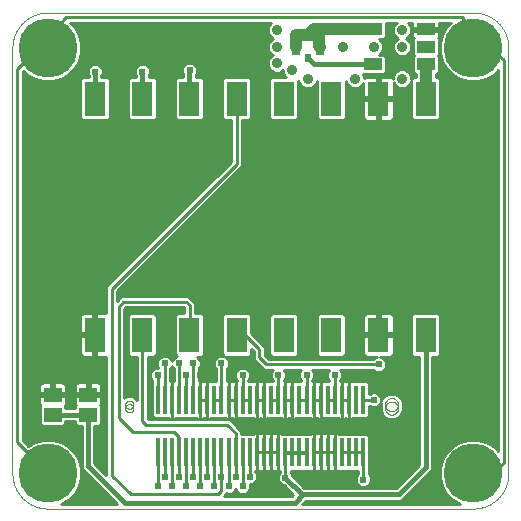
<source format=gtl>
G75*
%MOIN*%
%OFA0B0*%
%FSLAX25Y25*%
%IPPOS*%
%LPD*%
%AMOC8*
5,1,8,0,0,1.08239X$1,22.5*
%
%ADD10C,0.00000*%
%ADD11R,0.01378X0.09646*%
%ADD12R,0.07087X0.11811*%
%ADD13R,0.05906X0.05118*%
%ADD14R,0.06102X0.03937*%
%ADD15R,0.02165X0.02559*%
%ADD16R,0.02559X0.05709*%
%ADD17C,0.02381*%
%ADD18C,0.01000*%
%ADD19C,0.01600*%
%ADD20C,0.19685*%
%ADD21C,0.04000*%
%ADD22C,0.03562*%
D10*
X0013311Y0018636D02*
X0155043Y0018636D01*
X0155328Y0018639D01*
X0155614Y0018650D01*
X0155899Y0018667D01*
X0156183Y0018691D01*
X0156467Y0018722D01*
X0156750Y0018760D01*
X0157031Y0018805D01*
X0157312Y0018856D01*
X0157592Y0018914D01*
X0157870Y0018979D01*
X0158146Y0019051D01*
X0158420Y0019129D01*
X0158693Y0019214D01*
X0158963Y0019306D01*
X0159231Y0019404D01*
X0159497Y0019508D01*
X0159760Y0019619D01*
X0160020Y0019736D01*
X0160278Y0019859D01*
X0160532Y0019989D01*
X0160783Y0020125D01*
X0161031Y0020266D01*
X0161275Y0020414D01*
X0161516Y0020567D01*
X0161752Y0020727D01*
X0161985Y0020892D01*
X0162214Y0021062D01*
X0162439Y0021238D01*
X0162659Y0021420D01*
X0162875Y0021606D01*
X0163086Y0021798D01*
X0163293Y0021995D01*
X0163495Y0022197D01*
X0163692Y0022404D01*
X0163884Y0022615D01*
X0164070Y0022831D01*
X0164252Y0023051D01*
X0164428Y0023276D01*
X0164598Y0023505D01*
X0164763Y0023738D01*
X0164923Y0023974D01*
X0165076Y0024215D01*
X0165224Y0024459D01*
X0165365Y0024707D01*
X0165501Y0024958D01*
X0165631Y0025212D01*
X0165754Y0025470D01*
X0165871Y0025730D01*
X0165982Y0025993D01*
X0166086Y0026259D01*
X0166184Y0026527D01*
X0166276Y0026797D01*
X0166361Y0027070D01*
X0166439Y0027344D01*
X0166511Y0027620D01*
X0166576Y0027898D01*
X0166634Y0028178D01*
X0166685Y0028459D01*
X0166730Y0028740D01*
X0166768Y0029023D01*
X0166799Y0029307D01*
X0166823Y0029591D01*
X0166840Y0029876D01*
X0166851Y0030162D01*
X0166854Y0030447D01*
X0166854Y0172179D01*
X0166851Y0172464D01*
X0166840Y0172750D01*
X0166823Y0173035D01*
X0166799Y0173319D01*
X0166768Y0173603D01*
X0166730Y0173886D01*
X0166685Y0174167D01*
X0166634Y0174448D01*
X0166576Y0174728D01*
X0166511Y0175006D01*
X0166439Y0175282D01*
X0166361Y0175556D01*
X0166276Y0175829D01*
X0166184Y0176099D01*
X0166086Y0176367D01*
X0165982Y0176633D01*
X0165871Y0176896D01*
X0165754Y0177156D01*
X0165631Y0177414D01*
X0165501Y0177668D01*
X0165365Y0177919D01*
X0165224Y0178167D01*
X0165076Y0178411D01*
X0164923Y0178652D01*
X0164763Y0178888D01*
X0164598Y0179121D01*
X0164428Y0179350D01*
X0164252Y0179575D01*
X0164070Y0179795D01*
X0163884Y0180011D01*
X0163692Y0180222D01*
X0163495Y0180429D01*
X0163293Y0180631D01*
X0163086Y0180828D01*
X0162875Y0181020D01*
X0162659Y0181206D01*
X0162439Y0181388D01*
X0162214Y0181564D01*
X0161985Y0181734D01*
X0161752Y0181899D01*
X0161516Y0182059D01*
X0161275Y0182212D01*
X0161031Y0182360D01*
X0160783Y0182501D01*
X0160532Y0182637D01*
X0160278Y0182767D01*
X0160020Y0182890D01*
X0159760Y0183007D01*
X0159497Y0183118D01*
X0159231Y0183222D01*
X0158963Y0183320D01*
X0158693Y0183412D01*
X0158420Y0183497D01*
X0158146Y0183575D01*
X0157870Y0183647D01*
X0157592Y0183712D01*
X0157312Y0183770D01*
X0157031Y0183821D01*
X0156750Y0183866D01*
X0156467Y0183904D01*
X0156183Y0183935D01*
X0155899Y0183959D01*
X0155614Y0183976D01*
X0155328Y0183987D01*
X0155043Y0183990D01*
X0013311Y0183990D01*
X0013026Y0183987D01*
X0012740Y0183976D01*
X0012455Y0183959D01*
X0012171Y0183935D01*
X0011887Y0183904D01*
X0011604Y0183866D01*
X0011323Y0183821D01*
X0011042Y0183770D01*
X0010762Y0183712D01*
X0010484Y0183647D01*
X0010208Y0183575D01*
X0009934Y0183497D01*
X0009661Y0183412D01*
X0009391Y0183320D01*
X0009123Y0183222D01*
X0008857Y0183118D01*
X0008594Y0183007D01*
X0008334Y0182890D01*
X0008076Y0182767D01*
X0007822Y0182637D01*
X0007571Y0182501D01*
X0007323Y0182360D01*
X0007079Y0182212D01*
X0006838Y0182059D01*
X0006602Y0181899D01*
X0006369Y0181734D01*
X0006140Y0181564D01*
X0005915Y0181388D01*
X0005695Y0181206D01*
X0005479Y0181020D01*
X0005268Y0180828D01*
X0005061Y0180631D01*
X0004859Y0180429D01*
X0004662Y0180222D01*
X0004470Y0180011D01*
X0004284Y0179795D01*
X0004102Y0179575D01*
X0003926Y0179350D01*
X0003756Y0179121D01*
X0003591Y0178888D01*
X0003431Y0178652D01*
X0003278Y0178411D01*
X0003130Y0178167D01*
X0002989Y0177919D01*
X0002853Y0177668D01*
X0002723Y0177414D01*
X0002600Y0177156D01*
X0002483Y0176896D01*
X0002372Y0176633D01*
X0002268Y0176367D01*
X0002170Y0176099D01*
X0002078Y0175829D01*
X0001993Y0175556D01*
X0001915Y0175282D01*
X0001843Y0175006D01*
X0001778Y0174728D01*
X0001720Y0174448D01*
X0001669Y0174167D01*
X0001624Y0173886D01*
X0001586Y0173603D01*
X0001555Y0173319D01*
X0001531Y0173035D01*
X0001514Y0172750D01*
X0001503Y0172464D01*
X0001500Y0172179D01*
X0001500Y0030447D01*
X0001503Y0030162D01*
X0001514Y0029876D01*
X0001531Y0029591D01*
X0001555Y0029307D01*
X0001586Y0029023D01*
X0001624Y0028740D01*
X0001669Y0028459D01*
X0001720Y0028178D01*
X0001778Y0027898D01*
X0001843Y0027620D01*
X0001915Y0027344D01*
X0001993Y0027070D01*
X0002078Y0026797D01*
X0002170Y0026527D01*
X0002268Y0026259D01*
X0002372Y0025993D01*
X0002483Y0025730D01*
X0002600Y0025470D01*
X0002723Y0025212D01*
X0002853Y0024958D01*
X0002989Y0024707D01*
X0003130Y0024459D01*
X0003278Y0024215D01*
X0003431Y0023974D01*
X0003591Y0023738D01*
X0003756Y0023505D01*
X0003926Y0023276D01*
X0004102Y0023051D01*
X0004284Y0022831D01*
X0004470Y0022615D01*
X0004662Y0022404D01*
X0004859Y0022197D01*
X0005061Y0021995D01*
X0005268Y0021798D01*
X0005479Y0021606D01*
X0005695Y0021420D01*
X0005915Y0021238D01*
X0006140Y0021062D01*
X0006369Y0020892D01*
X0006602Y0020727D01*
X0006838Y0020567D01*
X0007079Y0020414D01*
X0007323Y0020266D01*
X0007571Y0020125D01*
X0007822Y0019989D01*
X0008076Y0019859D01*
X0008334Y0019736D01*
X0008594Y0019619D01*
X0008857Y0019508D01*
X0009123Y0019404D01*
X0009391Y0019306D01*
X0009661Y0019214D01*
X0009934Y0019129D01*
X0010208Y0019051D01*
X0010484Y0018979D01*
X0010762Y0018914D01*
X0011042Y0018856D01*
X0011323Y0018805D01*
X0011604Y0018760D01*
X0011887Y0018722D01*
X0012171Y0018691D01*
X0012455Y0018667D01*
X0012740Y0018650D01*
X0013026Y0018639D01*
X0013311Y0018636D01*
X0039098Y0052100D02*
X0039100Y0052174D01*
X0039106Y0052248D01*
X0039116Y0052321D01*
X0039130Y0052394D01*
X0039147Y0052466D01*
X0039169Y0052536D01*
X0039194Y0052606D01*
X0039223Y0052674D01*
X0039256Y0052740D01*
X0039292Y0052805D01*
X0039332Y0052867D01*
X0039374Y0052928D01*
X0039420Y0052986D01*
X0039469Y0053041D01*
X0039521Y0053094D01*
X0039576Y0053144D01*
X0039633Y0053190D01*
X0039693Y0053234D01*
X0039755Y0053274D01*
X0039819Y0053311D01*
X0039885Y0053345D01*
X0039953Y0053375D01*
X0040022Y0053401D01*
X0040093Y0053424D01*
X0040164Y0053442D01*
X0040237Y0053457D01*
X0040310Y0053468D01*
X0040384Y0053475D01*
X0040458Y0053478D01*
X0040531Y0053477D01*
X0040605Y0053472D01*
X0040679Y0053463D01*
X0040752Y0053450D01*
X0040824Y0053433D01*
X0040895Y0053413D01*
X0040965Y0053388D01*
X0041033Y0053360D01*
X0041100Y0053329D01*
X0041165Y0053293D01*
X0041228Y0053255D01*
X0041289Y0053213D01*
X0041348Y0053167D01*
X0041404Y0053119D01*
X0041457Y0053068D01*
X0041507Y0053014D01*
X0041555Y0052957D01*
X0041599Y0052898D01*
X0041641Y0052836D01*
X0041679Y0052773D01*
X0041713Y0052707D01*
X0041744Y0052640D01*
X0041771Y0052571D01*
X0041794Y0052501D01*
X0041814Y0052430D01*
X0041830Y0052357D01*
X0041842Y0052284D01*
X0041850Y0052211D01*
X0041854Y0052137D01*
X0041854Y0052063D01*
X0041850Y0051989D01*
X0041842Y0051916D01*
X0041830Y0051843D01*
X0041814Y0051770D01*
X0041794Y0051699D01*
X0041771Y0051629D01*
X0041744Y0051560D01*
X0041713Y0051493D01*
X0041679Y0051427D01*
X0041641Y0051364D01*
X0041599Y0051302D01*
X0041555Y0051243D01*
X0041507Y0051186D01*
X0041457Y0051132D01*
X0041404Y0051081D01*
X0041348Y0051033D01*
X0041289Y0050987D01*
X0041228Y0050945D01*
X0041165Y0050907D01*
X0041100Y0050871D01*
X0041033Y0050840D01*
X0040965Y0050812D01*
X0040895Y0050787D01*
X0040824Y0050767D01*
X0040752Y0050750D01*
X0040679Y0050737D01*
X0040605Y0050728D01*
X0040531Y0050723D01*
X0040458Y0050722D01*
X0040384Y0050725D01*
X0040310Y0050732D01*
X0040237Y0050743D01*
X0040164Y0050758D01*
X0040093Y0050776D01*
X0040022Y0050799D01*
X0039953Y0050825D01*
X0039885Y0050855D01*
X0039819Y0050889D01*
X0039755Y0050926D01*
X0039693Y0050966D01*
X0039633Y0051010D01*
X0039576Y0051056D01*
X0039521Y0051106D01*
X0039469Y0051159D01*
X0039420Y0051214D01*
X0039374Y0051272D01*
X0039332Y0051333D01*
X0039292Y0051395D01*
X0039256Y0051460D01*
X0039223Y0051526D01*
X0039194Y0051594D01*
X0039169Y0051664D01*
X0039147Y0051734D01*
X0039130Y0051806D01*
X0039116Y0051879D01*
X0039106Y0051952D01*
X0039100Y0052026D01*
X0039098Y0052100D01*
X0039098Y0053281D02*
X0039100Y0053355D01*
X0039106Y0053429D01*
X0039116Y0053502D01*
X0039130Y0053575D01*
X0039147Y0053647D01*
X0039169Y0053717D01*
X0039194Y0053787D01*
X0039223Y0053855D01*
X0039256Y0053921D01*
X0039292Y0053986D01*
X0039332Y0054048D01*
X0039374Y0054109D01*
X0039420Y0054167D01*
X0039469Y0054222D01*
X0039521Y0054275D01*
X0039576Y0054325D01*
X0039633Y0054371D01*
X0039693Y0054415D01*
X0039755Y0054455D01*
X0039819Y0054492D01*
X0039885Y0054526D01*
X0039953Y0054556D01*
X0040022Y0054582D01*
X0040093Y0054605D01*
X0040164Y0054623D01*
X0040237Y0054638D01*
X0040310Y0054649D01*
X0040384Y0054656D01*
X0040458Y0054659D01*
X0040531Y0054658D01*
X0040605Y0054653D01*
X0040679Y0054644D01*
X0040752Y0054631D01*
X0040824Y0054614D01*
X0040895Y0054594D01*
X0040965Y0054569D01*
X0041033Y0054541D01*
X0041100Y0054510D01*
X0041165Y0054474D01*
X0041228Y0054436D01*
X0041289Y0054394D01*
X0041348Y0054348D01*
X0041404Y0054300D01*
X0041457Y0054249D01*
X0041507Y0054195D01*
X0041555Y0054138D01*
X0041599Y0054079D01*
X0041641Y0054017D01*
X0041679Y0053954D01*
X0041713Y0053888D01*
X0041744Y0053821D01*
X0041771Y0053752D01*
X0041794Y0053682D01*
X0041814Y0053611D01*
X0041830Y0053538D01*
X0041842Y0053465D01*
X0041850Y0053392D01*
X0041854Y0053318D01*
X0041854Y0053244D01*
X0041850Y0053170D01*
X0041842Y0053097D01*
X0041830Y0053024D01*
X0041814Y0052951D01*
X0041794Y0052880D01*
X0041771Y0052810D01*
X0041744Y0052741D01*
X0041713Y0052674D01*
X0041679Y0052608D01*
X0041641Y0052545D01*
X0041599Y0052483D01*
X0041555Y0052424D01*
X0041507Y0052367D01*
X0041457Y0052313D01*
X0041404Y0052262D01*
X0041348Y0052214D01*
X0041289Y0052168D01*
X0041228Y0052126D01*
X0041165Y0052088D01*
X0041100Y0052052D01*
X0041033Y0052021D01*
X0040965Y0051993D01*
X0040895Y0051968D01*
X0040824Y0051948D01*
X0040752Y0051931D01*
X0040679Y0051918D01*
X0040605Y0051909D01*
X0040531Y0051904D01*
X0040458Y0051903D01*
X0040384Y0051906D01*
X0040310Y0051913D01*
X0040237Y0051924D01*
X0040164Y0051939D01*
X0040093Y0051957D01*
X0040022Y0051980D01*
X0039953Y0052006D01*
X0039885Y0052036D01*
X0039819Y0052070D01*
X0039755Y0052107D01*
X0039693Y0052147D01*
X0039633Y0052191D01*
X0039576Y0052237D01*
X0039521Y0052287D01*
X0039469Y0052340D01*
X0039420Y0052395D01*
X0039374Y0052453D01*
X0039332Y0052514D01*
X0039292Y0052576D01*
X0039256Y0052641D01*
X0039223Y0052707D01*
X0039194Y0052775D01*
X0039169Y0052845D01*
X0039147Y0052915D01*
X0039130Y0052987D01*
X0039116Y0053060D01*
X0039106Y0053133D01*
X0039100Y0053207D01*
X0039098Y0053281D01*
X0125713Y0053281D02*
X0125715Y0053374D01*
X0125721Y0053466D01*
X0125731Y0053558D01*
X0125745Y0053649D01*
X0125762Y0053740D01*
X0125784Y0053830D01*
X0125809Y0053919D01*
X0125838Y0054007D01*
X0125871Y0054093D01*
X0125908Y0054178D01*
X0125948Y0054262D01*
X0125992Y0054343D01*
X0126039Y0054423D01*
X0126089Y0054501D01*
X0126143Y0054576D01*
X0126200Y0054649D01*
X0126260Y0054719D01*
X0126323Y0054787D01*
X0126389Y0054852D01*
X0126457Y0054914D01*
X0126528Y0054974D01*
X0126602Y0055030D01*
X0126678Y0055083D01*
X0126756Y0055132D01*
X0126836Y0055179D01*
X0126918Y0055221D01*
X0127002Y0055261D01*
X0127087Y0055296D01*
X0127174Y0055328D01*
X0127262Y0055357D01*
X0127351Y0055381D01*
X0127441Y0055402D01*
X0127532Y0055418D01*
X0127624Y0055431D01*
X0127716Y0055440D01*
X0127809Y0055445D01*
X0127901Y0055446D01*
X0127994Y0055443D01*
X0128086Y0055436D01*
X0128178Y0055425D01*
X0128269Y0055410D01*
X0128360Y0055392D01*
X0128450Y0055369D01*
X0128538Y0055343D01*
X0128626Y0055313D01*
X0128712Y0055279D01*
X0128796Y0055242D01*
X0128879Y0055200D01*
X0128960Y0055156D01*
X0129040Y0055108D01*
X0129117Y0055057D01*
X0129191Y0055002D01*
X0129264Y0054944D01*
X0129334Y0054884D01*
X0129401Y0054820D01*
X0129465Y0054754D01*
X0129527Y0054684D01*
X0129585Y0054613D01*
X0129640Y0054539D01*
X0129692Y0054462D01*
X0129741Y0054383D01*
X0129787Y0054303D01*
X0129829Y0054220D01*
X0129867Y0054136D01*
X0129902Y0054050D01*
X0129933Y0053963D01*
X0129960Y0053875D01*
X0129983Y0053785D01*
X0130003Y0053695D01*
X0130019Y0053604D01*
X0130031Y0053512D01*
X0130039Y0053420D01*
X0130043Y0053327D01*
X0130043Y0053235D01*
X0130039Y0053142D01*
X0130031Y0053050D01*
X0130019Y0052958D01*
X0130003Y0052867D01*
X0129983Y0052777D01*
X0129960Y0052687D01*
X0129933Y0052599D01*
X0129902Y0052512D01*
X0129867Y0052426D01*
X0129829Y0052342D01*
X0129787Y0052259D01*
X0129741Y0052179D01*
X0129692Y0052100D01*
X0129640Y0052023D01*
X0129585Y0051949D01*
X0129527Y0051878D01*
X0129465Y0051808D01*
X0129401Y0051742D01*
X0129334Y0051678D01*
X0129264Y0051618D01*
X0129191Y0051560D01*
X0129117Y0051505D01*
X0129040Y0051454D01*
X0128961Y0051406D01*
X0128879Y0051362D01*
X0128796Y0051320D01*
X0128712Y0051283D01*
X0128626Y0051249D01*
X0128538Y0051219D01*
X0128450Y0051193D01*
X0128360Y0051170D01*
X0128269Y0051152D01*
X0128178Y0051137D01*
X0128086Y0051126D01*
X0127994Y0051119D01*
X0127901Y0051116D01*
X0127809Y0051117D01*
X0127716Y0051122D01*
X0127624Y0051131D01*
X0127532Y0051144D01*
X0127441Y0051160D01*
X0127351Y0051181D01*
X0127262Y0051205D01*
X0127174Y0051234D01*
X0127087Y0051266D01*
X0127002Y0051301D01*
X0126918Y0051341D01*
X0126836Y0051383D01*
X0126756Y0051430D01*
X0126678Y0051479D01*
X0126602Y0051532D01*
X0126528Y0051588D01*
X0126457Y0051648D01*
X0126389Y0051710D01*
X0126323Y0051775D01*
X0126260Y0051843D01*
X0126200Y0051913D01*
X0126143Y0051986D01*
X0126089Y0052061D01*
X0126039Y0052139D01*
X0125992Y0052219D01*
X0125948Y0052300D01*
X0125908Y0052384D01*
X0125871Y0052469D01*
X0125838Y0052555D01*
X0125809Y0052643D01*
X0125784Y0052732D01*
X0125762Y0052822D01*
X0125745Y0052913D01*
X0125731Y0053004D01*
X0125721Y0053096D01*
X0125715Y0053188D01*
X0125713Y0053281D01*
X0125713Y0052100D02*
X0125715Y0052193D01*
X0125721Y0052285D01*
X0125731Y0052377D01*
X0125745Y0052468D01*
X0125762Y0052559D01*
X0125784Y0052649D01*
X0125809Y0052738D01*
X0125838Y0052826D01*
X0125871Y0052912D01*
X0125908Y0052997D01*
X0125948Y0053081D01*
X0125992Y0053162D01*
X0126039Y0053242D01*
X0126089Y0053320D01*
X0126143Y0053395D01*
X0126200Y0053468D01*
X0126260Y0053538D01*
X0126323Y0053606D01*
X0126389Y0053671D01*
X0126457Y0053733D01*
X0126528Y0053793D01*
X0126602Y0053849D01*
X0126678Y0053902D01*
X0126756Y0053951D01*
X0126836Y0053998D01*
X0126918Y0054040D01*
X0127002Y0054080D01*
X0127087Y0054115D01*
X0127174Y0054147D01*
X0127262Y0054176D01*
X0127351Y0054200D01*
X0127441Y0054221D01*
X0127532Y0054237D01*
X0127624Y0054250D01*
X0127716Y0054259D01*
X0127809Y0054264D01*
X0127901Y0054265D01*
X0127994Y0054262D01*
X0128086Y0054255D01*
X0128178Y0054244D01*
X0128269Y0054229D01*
X0128360Y0054211D01*
X0128450Y0054188D01*
X0128538Y0054162D01*
X0128626Y0054132D01*
X0128712Y0054098D01*
X0128796Y0054061D01*
X0128879Y0054019D01*
X0128960Y0053975D01*
X0129040Y0053927D01*
X0129117Y0053876D01*
X0129191Y0053821D01*
X0129264Y0053763D01*
X0129334Y0053703D01*
X0129401Y0053639D01*
X0129465Y0053573D01*
X0129527Y0053503D01*
X0129585Y0053432D01*
X0129640Y0053358D01*
X0129692Y0053281D01*
X0129741Y0053202D01*
X0129787Y0053122D01*
X0129829Y0053039D01*
X0129867Y0052955D01*
X0129902Y0052869D01*
X0129933Y0052782D01*
X0129960Y0052694D01*
X0129983Y0052604D01*
X0130003Y0052514D01*
X0130019Y0052423D01*
X0130031Y0052331D01*
X0130039Y0052239D01*
X0130043Y0052146D01*
X0130043Y0052054D01*
X0130039Y0051961D01*
X0130031Y0051869D01*
X0130019Y0051777D01*
X0130003Y0051686D01*
X0129983Y0051596D01*
X0129960Y0051506D01*
X0129933Y0051418D01*
X0129902Y0051331D01*
X0129867Y0051245D01*
X0129829Y0051161D01*
X0129787Y0051078D01*
X0129741Y0050998D01*
X0129692Y0050919D01*
X0129640Y0050842D01*
X0129585Y0050768D01*
X0129527Y0050697D01*
X0129465Y0050627D01*
X0129401Y0050561D01*
X0129334Y0050497D01*
X0129264Y0050437D01*
X0129191Y0050379D01*
X0129117Y0050324D01*
X0129040Y0050273D01*
X0128961Y0050225D01*
X0128879Y0050181D01*
X0128796Y0050139D01*
X0128712Y0050102D01*
X0128626Y0050068D01*
X0128538Y0050038D01*
X0128450Y0050012D01*
X0128360Y0049989D01*
X0128269Y0049971D01*
X0128178Y0049956D01*
X0128086Y0049945D01*
X0127994Y0049938D01*
X0127901Y0049935D01*
X0127809Y0049936D01*
X0127716Y0049941D01*
X0127624Y0049950D01*
X0127532Y0049963D01*
X0127441Y0049979D01*
X0127351Y0050000D01*
X0127262Y0050024D01*
X0127174Y0050053D01*
X0127087Y0050085D01*
X0127002Y0050120D01*
X0126918Y0050160D01*
X0126836Y0050202D01*
X0126756Y0050249D01*
X0126678Y0050298D01*
X0126602Y0050351D01*
X0126528Y0050407D01*
X0126457Y0050467D01*
X0126389Y0050529D01*
X0126323Y0050594D01*
X0126260Y0050662D01*
X0126200Y0050732D01*
X0126143Y0050805D01*
X0126089Y0050880D01*
X0126039Y0050958D01*
X0125992Y0051038D01*
X0125948Y0051119D01*
X0125908Y0051203D01*
X0125871Y0051288D01*
X0125838Y0051374D01*
X0125809Y0051462D01*
X0125784Y0051551D01*
X0125762Y0051641D01*
X0125745Y0051732D01*
X0125731Y0051823D01*
X0125721Y0051915D01*
X0125715Y0052007D01*
X0125713Y0052100D01*
D11*
X0118429Y0054955D03*
X0116067Y0054955D03*
X0113705Y0054955D03*
X0111343Y0054955D03*
X0108980Y0054955D03*
X0106618Y0054955D03*
X0104256Y0054955D03*
X0101894Y0054955D03*
X0099531Y0054955D03*
X0097169Y0054955D03*
X0094807Y0054955D03*
X0092445Y0054955D03*
X0090083Y0054955D03*
X0087720Y0054955D03*
X0085358Y0054955D03*
X0082996Y0054955D03*
X0080634Y0054955D03*
X0078272Y0054955D03*
X0075909Y0054955D03*
X0073547Y0054955D03*
X0071185Y0054955D03*
X0068823Y0054955D03*
X0066461Y0054955D03*
X0064098Y0054955D03*
X0061736Y0054955D03*
X0059374Y0054955D03*
X0057012Y0054955D03*
X0054650Y0054955D03*
X0052287Y0054955D03*
X0049925Y0054955D03*
X0049925Y0037435D03*
X0052287Y0037435D03*
X0054650Y0037435D03*
X0057012Y0037435D03*
X0059374Y0037435D03*
X0061736Y0037435D03*
X0064098Y0037435D03*
X0066461Y0037435D03*
X0068823Y0037435D03*
X0071185Y0037435D03*
X0073547Y0037435D03*
X0075909Y0037435D03*
X0078272Y0037435D03*
X0080634Y0037435D03*
X0082996Y0037435D03*
X0085358Y0037435D03*
X0087720Y0037435D03*
X0090083Y0037435D03*
X0092445Y0037435D03*
X0094807Y0037435D03*
X0097169Y0037435D03*
X0099531Y0037435D03*
X0101894Y0037435D03*
X0104256Y0037435D03*
X0106618Y0037435D03*
X0108980Y0037435D03*
X0111343Y0037435D03*
X0113705Y0037435D03*
X0116067Y0037435D03*
X0118429Y0037435D03*
D12*
X0123506Y0076510D03*
X0139254Y0076510D03*
X0107758Y0076510D03*
X0092010Y0076510D03*
X0076262Y0076510D03*
X0060514Y0076510D03*
X0044766Y0076510D03*
X0029018Y0076510D03*
X0029018Y0155250D03*
X0044766Y0155250D03*
X0060514Y0155250D03*
X0076262Y0155250D03*
X0092010Y0155250D03*
X0107758Y0155250D03*
X0123506Y0155250D03*
X0139254Y0155250D03*
D13*
X0026697Y0056628D03*
X0026697Y0049935D03*
X0014886Y0049935D03*
X0014886Y0056628D03*
D14*
X0121776Y0166667D03*
X0121776Y0178478D03*
X0139295Y0178478D03*
X0139295Y0172573D03*
X0139295Y0166667D03*
D15*
X0100024Y0168734D03*
X0100024Y0176411D03*
D16*
X0104059Y0172573D03*
X0095988Y0172573D03*
D17*
X0060555Y0164699D03*
X0044807Y0164305D03*
X0029059Y0164305D03*
X0052287Y0067061D03*
X0049925Y0063124D03*
X0054650Y0063124D03*
X0057012Y0067061D03*
X0059374Y0063124D03*
X0061736Y0067061D03*
X0064098Y0063124D03*
X0071185Y0067061D03*
X0073547Y0063124D03*
X0078272Y0063124D03*
X0082996Y0063124D03*
X0090083Y0063124D03*
X0094807Y0063124D03*
X0099531Y0063124D03*
X0104256Y0063124D03*
X0108980Y0063124D03*
X0113705Y0063124D03*
X0121972Y0054856D03*
X0123547Y0066667D03*
X0118429Y0028281D03*
X0101894Y0028872D03*
X0092445Y0028872D03*
X0082996Y0026116D03*
X0080634Y0029266D03*
X0078272Y0026116D03*
X0075909Y0029266D03*
X0073547Y0026116D03*
X0071185Y0029266D03*
X0068823Y0026116D03*
X0066461Y0029266D03*
X0064098Y0026116D03*
X0061736Y0029266D03*
X0059374Y0026116D03*
X0057012Y0029266D03*
X0054650Y0026116D03*
X0052287Y0029266D03*
X0049925Y0026116D03*
X0085358Y0046195D03*
D18*
X0085358Y0037435D01*
X0083169Y0037435D01*
X0082996Y0037435D01*
X0082996Y0026116D01*
X0082049Y0027148D02*
X0082751Y0027851D01*
X0083131Y0028769D01*
X0083131Y0029763D01*
X0082751Y0030681D01*
X0082441Y0030991D01*
X0082441Y0031112D01*
X0082996Y0031112D01*
X0082996Y0037435D01*
X0085358Y0037435D01*
X0085358Y0037435D01*
X0082996Y0037435D01*
X0082996Y0037435D01*
X0082996Y0031112D01*
X0083883Y0031112D01*
X0084177Y0031191D01*
X0084472Y0031112D01*
X0085358Y0031112D01*
X0085358Y0037435D01*
X0085358Y0037435D01*
X0085358Y0043758D01*
X0084472Y0043758D01*
X0084177Y0043679D01*
X0083883Y0043758D01*
X0082996Y0043758D01*
X0082110Y0043758D01*
X0081728Y0043656D01*
X0081571Y0043565D01*
X0077717Y0043565D01*
X0077717Y0044581D01*
X0076658Y0045640D01*
X0073902Y0048396D01*
X0046737Y0048396D01*
X0046573Y0048559D01*
X0046573Y0069297D01*
X0048851Y0069297D01*
X0049617Y0070063D01*
X0049617Y0082957D01*
X0048851Y0083722D01*
X0040681Y0083722D01*
X0039916Y0082957D01*
X0039916Y0070063D01*
X0040681Y0069297D01*
X0042959Y0069297D01*
X0042959Y0054808D01*
X0042916Y0054912D01*
X0042107Y0055721D01*
X0041049Y0056159D01*
X0039904Y0056159D01*
X0038846Y0055721D01*
X0038740Y0055615D01*
X0038740Y0085210D01*
X0039256Y0085726D01*
X0058625Y0085726D01*
X0058748Y0085604D01*
X0058748Y0083722D01*
X0056429Y0083722D01*
X0055664Y0082957D01*
X0055664Y0070063D01*
X0056270Y0069457D01*
X0055597Y0069178D01*
X0054894Y0068476D01*
X0054650Y0067885D01*
X0054405Y0068476D01*
X0053702Y0069178D01*
X0052784Y0069559D01*
X0051791Y0069559D01*
X0050873Y0069178D01*
X0050170Y0068476D01*
X0049790Y0067558D01*
X0049790Y0066564D01*
X0050170Y0065646D01*
X0050195Y0065622D01*
X0049428Y0065622D01*
X0048510Y0065241D01*
X0047808Y0064539D01*
X0047428Y0063621D01*
X0047428Y0062627D01*
X0047808Y0061709D01*
X0048118Y0061399D01*
X0048118Y0060508D01*
X0047929Y0060319D01*
X0047929Y0049590D01*
X0048695Y0048825D01*
X0053225Y0048825D01*
X0053382Y0048734D01*
X0053763Y0048632D01*
X0054650Y0048632D01*
X0055536Y0048632D01*
X0055918Y0048734D01*
X0056075Y0048825D01*
X0062673Y0048825D01*
X0062830Y0048734D01*
X0063212Y0048632D01*
X0064098Y0048632D01*
X0064098Y0054955D01*
X0064098Y0061278D01*
X0063543Y0061278D01*
X0063543Y0065336D01*
X0063854Y0065646D01*
X0064234Y0066564D01*
X0064234Y0067558D01*
X0063854Y0068476D01*
X0063151Y0069178D01*
X0062864Y0069297D01*
X0064599Y0069297D01*
X0065365Y0070063D01*
X0065365Y0082957D01*
X0064599Y0083722D01*
X0062362Y0083722D01*
X0062362Y0087101D01*
X0061304Y0088159D01*
X0060123Y0089341D01*
X0037759Y0089341D01*
X0036701Y0088282D01*
X0036378Y0087959D01*
X0036378Y0091116D01*
X0078069Y0132807D01*
X0078069Y0148037D01*
X0080347Y0148037D01*
X0081113Y0148803D01*
X0081113Y0161697D01*
X0080347Y0162463D01*
X0072177Y0162463D01*
X0071412Y0161697D01*
X0071412Y0148803D01*
X0072177Y0148037D01*
X0074455Y0148037D01*
X0074455Y0134304D01*
X0033822Y0093671D01*
X0032764Y0092613D01*
X0032764Y0083914D01*
X0032759Y0083915D01*
X0029518Y0083915D01*
X0029518Y0077010D01*
X0028518Y0077010D01*
X0028518Y0083915D01*
X0025277Y0083915D01*
X0024896Y0083813D01*
X0024554Y0083616D01*
X0024275Y0083336D01*
X0024077Y0082994D01*
X0023975Y0082613D01*
X0023975Y0077010D01*
X0028518Y0077010D01*
X0028518Y0076010D01*
X0023975Y0076010D01*
X0023975Y0070407D01*
X0024077Y0070025D01*
X0024275Y0069683D01*
X0024554Y0069404D01*
X0024896Y0069207D01*
X0025277Y0069104D01*
X0028518Y0069104D01*
X0028518Y0076010D01*
X0029518Y0076010D01*
X0029518Y0069104D01*
X0032759Y0069104D01*
X0032764Y0069106D01*
X0032764Y0029722D01*
X0028804Y0033682D01*
X0028804Y0046069D01*
X0030191Y0046069D01*
X0030957Y0046835D01*
X0030957Y0053036D01*
X0030847Y0053145D01*
X0030850Y0053148D01*
X0031047Y0053490D01*
X0031150Y0053871D01*
X0031150Y0056128D01*
X0027197Y0056128D01*
X0027197Y0057128D01*
X0031150Y0057128D01*
X0031150Y0059384D01*
X0031047Y0059766D01*
X0030850Y0060108D01*
X0030571Y0060387D01*
X0030229Y0060585D01*
X0029847Y0060687D01*
X0027197Y0060687D01*
X0027197Y0057128D01*
X0026197Y0057128D01*
X0026197Y0060687D01*
X0023547Y0060687D01*
X0023165Y0060585D01*
X0022823Y0060387D01*
X0022544Y0060108D01*
X0022346Y0059766D01*
X0022244Y0059384D01*
X0022244Y0057128D01*
X0026197Y0057128D01*
X0026197Y0056128D01*
X0022244Y0056128D01*
X0022244Y0053871D01*
X0022346Y0053490D01*
X0022544Y0053148D01*
X0022547Y0053145D01*
X0022437Y0053036D01*
X0022437Y0052042D01*
X0019146Y0052042D01*
X0019146Y0053036D01*
X0019036Y0053145D01*
X0019039Y0053148D01*
X0019236Y0053490D01*
X0019339Y0053871D01*
X0019339Y0056128D01*
X0015386Y0056128D01*
X0015386Y0057128D01*
X0019339Y0057128D01*
X0019339Y0059384D01*
X0019236Y0059766D01*
X0019039Y0060108D01*
X0018760Y0060387D01*
X0018418Y0060585D01*
X0018036Y0060687D01*
X0015386Y0060687D01*
X0015386Y0057128D01*
X0014386Y0057128D01*
X0014386Y0060687D01*
X0011736Y0060687D01*
X0011354Y0060585D01*
X0011012Y0060387D01*
X0010733Y0060108D01*
X0010535Y0059766D01*
X0010433Y0059384D01*
X0010433Y0057128D01*
X0014386Y0057128D01*
X0014386Y0056128D01*
X0010433Y0056128D01*
X0010433Y0053871D01*
X0010535Y0053490D01*
X0010733Y0053148D01*
X0010736Y0053145D01*
X0010626Y0053036D01*
X0010626Y0046835D01*
X0011392Y0046069D01*
X0018380Y0046069D01*
X0019146Y0046835D01*
X0019146Y0047828D01*
X0022437Y0047828D01*
X0022437Y0046835D01*
X0023203Y0046069D01*
X0024590Y0046069D01*
X0024590Y0031936D01*
X0036390Y0020136D01*
X0017751Y0020136D01*
X0020157Y0021525D01*
X0022233Y0023601D01*
X0023701Y0026143D01*
X0024461Y0028979D01*
X0024461Y0031915D01*
X0023701Y0034750D01*
X0022233Y0037293D01*
X0020157Y0039369D01*
X0017615Y0040837D01*
X0014779Y0041596D01*
X0011843Y0041596D01*
X0009007Y0040837D01*
X0006769Y0039544D01*
X0004882Y0041432D01*
X0004882Y0164344D01*
X0005130Y0164592D01*
X0006465Y0163257D01*
X0009007Y0161789D01*
X0011843Y0161030D01*
X0014779Y0161030D01*
X0017615Y0161789D01*
X0020157Y0163257D01*
X0022233Y0165333D01*
X0023701Y0167876D01*
X0024461Y0170711D01*
X0024461Y0173647D01*
X0023701Y0176483D01*
X0022233Y0179025D01*
X0020650Y0180608D01*
X0087845Y0180608D01*
X0087071Y0179834D01*
X0086601Y0178699D01*
X0086601Y0177470D01*
X0087071Y0176335D01*
X0087940Y0175467D01*
X0088273Y0175329D01*
X0087940Y0175191D01*
X0087071Y0174322D01*
X0086601Y0173187D01*
X0086601Y0171959D01*
X0087071Y0170824D01*
X0087940Y0169955D01*
X0088273Y0169817D01*
X0087940Y0169679D01*
X0087071Y0168810D01*
X0086601Y0167675D01*
X0086601Y0166447D01*
X0087071Y0165312D01*
X0087940Y0164443D01*
X0089075Y0163973D01*
X0090303Y0163973D01*
X0091438Y0164443D01*
X0091719Y0164724D01*
X0091719Y0164085D01*
X0092189Y0162949D01*
X0092676Y0162463D01*
X0087926Y0162463D01*
X0087160Y0161697D01*
X0087160Y0148803D01*
X0087926Y0148037D01*
X0096095Y0148037D01*
X0096861Y0148803D01*
X0096861Y0161272D01*
X0097307Y0160194D01*
X0098176Y0159325D01*
X0099311Y0158855D01*
X0100539Y0158855D01*
X0101675Y0159325D01*
X0102543Y0160194D01*
X0102908Y0161074D01*
X0102908Y0148803D01*
X0103674Y0148037D01*
X0111843Y0148037D01*
X0112609Y0148803D01*
X0112609Y0161272D01*
X0113055Y0160194D01*
X0113924Y0159325D01*
X0115059Y0158855D01*
X0116287Y0158855D01*
X0117423Y0159325D01*
X0118291Y0160194D01*
X0118463Y0160608D01*
X0118463Y0155750D01*
X0123006Y0155750D01*
X0123006Y0154750D01*
X0118463Y0154750D01*
X0118463Y0149147D01*
X0118565Y0148766D01*
X0118763Y0148423D01*
X0119042Y0148144D01*
X0119384Y0147947D01*
X0119766Y0147844D01*
X0123006Y0147844D01*
X0123006Y0154750D01*
X0124006Y0154750D01*
X0124006Y0147844D01*
X0127247Y0147844D01*
X0127629Y0147947D01*
X0127971Y0148144D01*
X0128250Y0148423D01*
X0128447Y0148766D01*
X0128550Y0149147D01*
X0128550Y0154750D01*
X0124006Y0154750D01*
X0124006Y0155750D01*
X0123006Y0155750D01*
X0123006Y0162655D01*
X0119766Y0162655D01*
X0119384Y0162553D01*
X0119042Y0162356D01*
X0118763Y0162077D01*
X0118761Y0162074D01*
X0118761Y0162557D01*
X0118416Y0163392D01*
X0125368Y0163392D01*
X0126134Y0164157D01*
X0126134Y0169177D01*
X0125368Y0169943D01*
X0123693Y0169943D01*
X0123722Y0169955D01*
X0124590Y0170824D01*
X0125061Y0171959D01*
X0125061Y0173187D01*
X0124590Y0174322D01*
X0123722Y0175191D01*
X0123693Y0175203D01*
X0125368Y0175203D01*
X0126134Y0175968D01*
X0126134Y0180608D01*
X0129578Y0180608D01*
X0128803Y0179834D01*
X0128333Y0178699D01*
X0128333Y0177470D01*
X0128803Y0176335D01*
X0129672Y0175467D01*
X0130005Y0175329D01*
X0129672Y0175191D01*
X0128803Y0174322D01*
X0128333Y0173187D01*
X0128333Y0171959D01*
X0128803Y0170824D01*
X0129672Y0169955D01*
X0130807Y0169485D01*
X0132036Y0169485D01*
X0133171Y0169955D01*
X0134039Y0170824D01*
X0134509Y0171959D01*
X0134509Y0173187D01*
X0134039Y0174322D01*
X0133171Y0175191D01*
X0132838Y0175329D01*
X0133171Y0175467D01*
X0134039Y0176335D01*
X0134509Y0177470D01*
X0134509Y0178699D01*
X0134039Y0179834D01*
X0133265Y0180608D01*
X0134744Y0180608D01*
X0134744Y0178963D01*
X0138811Y0178963D01*
X0138811Y0177994D01*
X0134744Y0177994D01*
X0134744Y0176312D01*
X0134846Y0175931D01*
X0135044Y0175589D01*
X0135243Y0175389D01*
X0134937Y0175083D01*
X0134937Y0170063D01*
X0135380Y0169620D01*
X0134937Y0169177D01*
X0134937Y0164157D01*
X0135703Y0163392D01*
X0135947Y0163392D01*
X0135947Y0162463D01*
X0135170Y0162463D01*
X0134509Y0161802D01*
X0134509Y0162557D01*
X0134039Y0163692D01*
X0133171Y0164561D01*
X0132036Y0165031D01*
X0130807Y0165031D01*
X0129672Y0164561D01*
X0128803Y0163692D01*
X0128333Y0162557D01*
X0128333Y0161932D01*
X0128250Y0162077D01*
X0127971Y0162356D01*
X0127629Y0162553D01*
X0127247Y0162655D01*
X0124006Y0162655D01*
X0124006Y0155750D01*
X0128550Y0155750D01*
X0128550Y0160806D01*
X0128803Y0160194D01*
X0129672Y0159325D01*
X0130807Y0158855D01*
X0132036Y0158855D01*
X0133171Y0159325D01*
X0134039Y0160194D01*
X0134404Y0161074D01*
X0134404Y0148803D01*
X0135170Y0148037D01*
X0143339Y0148037D01*
X0144105Y0148803D01*
X0144105Y0161697D01*
X0143339Y0162463D01*
X0142561Y0162463D01*
X0142561Y0163392D01*
X0142888Y0163392D01*
X0143654Y0164157D01*
X0143654Y0169177D01*
X0143211Y0169620D01*
X0143654Y0170063D01*
X0143654Y0175083D01*
X0143347Y0175389D01*
X0143547Y0175589D01*
X0143744Y0175931D01*
X0143846Y0176312D01*
X0143846Y0177994D01*
X0139780Y0177994D01*
X0139780Y0178963D01*
X0143846Y0178963D01*
X0143846Y0180608D01*
X0147705Y0180608D01*
X0146121Y0179025D01*
X0144654Y0176483D01*
X0143894Y0173647D01*
X0143894Y0170711D01*
X0144654Y0167876D01*
X0146121Y0165333D01*
X0148197Y0163257D01*
X0150740Y0161789D01*
X0153575Y0161030D01*
X0156511Y0161030D01*
X0159347Y0161789D01*
X0161889Y0163257D01*
X0163472Y0164840D01*
X0163472Y0037786D01*
X0161889Y0039369D01*
X0159347Y0040837D01*
X0156511Y0041596D01*
X0153575Y0041596D01*
X0150740Y0040837D01*
X0148197Y0039369D01*
X0146121Y0037293D01*
X0144654Y0034750D01*
X0143894Y0031915D01*
X0143894Y0028979D01*
X0144654Y0026143D01*
X0146121Y0023601D01*
X0148197Y0021525D01*
X0150603Y0020136D01*
X0098106Y0020136D01*
X0099223Y0021253D01*
X0131113Y0021253D01*
X0132347Y0022487D01*
X0141361Y0031502D01*
X0141361Y0069297D01*
X0143339Y0069297D01*
X0144105Y0070063D01*
X0144105Y0082957D01*
X0143339Y0083722D01*
X0135170Y0083722D01*
X0134404Y0082957D01*
X0134404Y0070063D01*
X0135170Y0069297D01*
X0137147Y0069297D01*
X0137147Y0033247D01*
X0129367Y0025467D01*
X0098829Y0025467D01*
X0094943Y0029354D01*
X0094943Y0029369D01*
X0094562Y0030287D01*
X0094252Y0030597D01*
X0094252Y0031305D01*
X0100469Y0031305D01*
X0100626Y0031214D01*
X0101007Y0031112D01*
X0101894Y0031112D01*
X0102780Y0031112D01*
X0103075Y0031191D01*
X0103369Y0031112D01*
X0104256Y0031112D01*
X0105142Y0031112D01*
X0105437Y0031191D01*
X0105732Y0031112D01*
X0106618Y0031112D01*
X0106618Y0037435D01*
X0104429Y0037435D01*
X0104256Y0037435D01*
X0104256Y0037435D01*
X0106618Y0037435D01*
X0106618Y0037435D01*
X0106618Y0037435D01*
X0108980Y0037435D01*
X0106791Y0037435D01*
X0106618Y0037435D01*
X0104256Y0037435D01*
X0104256Y0031112D01*
X0104256Y0037435D01*
X0104256Y0037435D01*
X0101894Y0037435D01*
X0101894Y0037435D01*
X0102067Y0037435D01*
X0104256Y0037435D01*
X0104256Y0037435D01*
X0104256Y0043758D01*
X0105142Y0043758D01*
X0105437Y0043679D01*
X0105732Y0043758D01*
X0106618Y0043758D01*
X0106618Y0037435D01*
X0106618Y0037435D01*
X0106618Y0031112D01*
X0107505Y0031112D01*
X0107799Y0031191D01*
X0108094Y0031112D01*
X0108980Y0031112D01*
X0108980Y0037435D01*
X0108980Y0037435D01*
X0106618Y0037435D01*
X0106618Y0043758D01*
X0107505Y0043758D01*
X0107799Y0043679D01*
X0108094Y0043758D01*
X0108980Y0043758D01*
X0108980Y0037435D01*
X0108980Y0037435D01*
X0108980Y0037435D01*
X0108980Y0031112D01*
X0109867Y0031112D01*
X0110248Y0031214D01*
X0110405Y0031305D01*
X0116622Y0031305D01*
X0116622Y0030007D01*
X0116312Y0029696D01*
X0115931Y0028778D01*
X0115931Y0027785D01*
X0116312Y0026867D01*
X0117014Y0026164D01*
X0117932Y0025784D01*
X0118926Y0025784D01*
X0119844Y0026164D01*
X0120547Y0026867D01*
X0120927Y0027785D01*
X0120927Y0028778D01*
X0120547Y0029696D01*
X0120236Y0030007D01*
X0120236Y0031882D01*
X0120425Y0032071D01*
X0120425Y0042799D01*
X0119660Y0043565D01*
X0110405Y0043565D01*
X0110248Y0043656D01*
X0109867Y0043758D01*
X0108980Y0043758D01*
X0108980Y0037435D01*
X0108980Y0037608D02*
X0108980Y0037608D01*
X0108980Y0038606D02*
X0108980Y0038606D01*
X0108980Y0039605D02*
X0108980Y0039605D01*
X0108980Y0040603D02*
X0108980Y0040603D01*
X0108980Y0041602D02*
X0108980Y0041602D01*
X0108980Y0042600D02*
X0108980Y0042600D01*
X0108980Y0043599D02*
X0108980Y0043599D01*
X0110347Y0043599D02*
X0137147Y0043599D01*
X0137147Y0044597D02*
X0077701Y0044597D01*
X0077717Y0043599D02*
X0081629Y0043599D01*
X0082996Y0043599D02*
X0082996Y0043599D01*
X0082996Y0043758D02*
X0082996Y0037435D01*
X0082996Y0037435D01*
X0082996Y0037435D01*
X0082996Y0043758D01*
X0082996Y0042600D02*
X0082996Y0042600D01*
X0082996Y0041602D02*
X0082996Y0041602D01*
X0082996Y0040603D02*
X0082996Y0040603D01*
X0082996Y0039605D02*
X0082996Y0039605D01*
X0082996Y0038606D02*
X0082996Y0038606D01*
X0082996Y0037608D02*
X0082996Y0037608D01*
X0082996Y0036609D02*
X0082996Y0036609D01*
X0082996Y0035611D02*
X0082996Y0035611D01*
X0082996Y0034612D02*
X0082996Y0034612D01*
X0082996Y0033613D02*
X0082996Y0033613D01*
X0082996Y0032615D02*
X0082996Y0032615D01*
X0082996Y0031616D02*
X0082996Y0031616D01*
X0082777Y0030618D02*
X0090638Y0030618D01*
X0090638Y0030597D02*
X0090327Y0030287D01*
X0089947Y0029369D01*
X0089947Y0028375D01*
X0090327Y0027457D01*
X0091030Y0026755D01*
X0091948Y0026374D01*
X0091963Y0026374D01*
X0095174Y0023163D01*
X0094722Y0022711D01*
X0071911Y0022711D01*
X0071934Y0022734D01*
X0072886Y0023687D01*
X0073050Y0023619D01*
X0074044Y0023619D01*
X0074962Y0023999D01*
X0075665Y0024701D01*
X0075909Y0025292D01*
X0076154Y0024701D01*
X0076857Y0023999D01*
X0077775Y0023619D01*
X0078768Y0023619D01*
X0079686Y0023999D01*
X0080389Y0024701D01*
X0080769Y0025619D01*
X0080769Y0026613D01*
X0080705Y0026768D01*
X0081131Y0026768D01*
X0082049Y0027148D01*
X0082523Y0027622D02*
X0090259Y0027622D01*
X0089947Y0028621D02*
X0083070Y0028621D01*
X0083131Y0029619D02*
X0090051Y0029619D01*
X0090638Y0030597D02*
X0090638Y0031112D01*
X0090083Y0031112D01*
X0090083Y0037435D01*
X0090083Y0037435D01*
X0090083Y0037435D01*
X0090083Y0043758D01*
X0090969Y0043758D01*
X0091351Y0043656D01*
X0091508Y0043565D01*
X0100469Y0043565D01*
X0100626Y0043656D01*
X0101007Y0043758D01*
X0101894Y0043758D01*
X0101894Y0037435D01*
X0104256Y0037435D01*
X0104256Y0037435D01*
X0104256Y0043758D01*
X0103369Y0043758D01*
X0103075Y0043679D01*
X0102780Y0043758D01*
X0101894Y0043758D01*
X0101894Y0037435D01*
X0101894Y0031112D01*
X0101894Y0037435D01*
X0101894Y0037435D01*
X0101894Y0037435D01*
X0101894Y0028872D01*
X0101894Y0031616D02*
X0101894Y0031616D01*
X0101894Y0032615D02*
X0101894Y0032615D01*
X0101894Y0033613D02*
X0101894Y0033613D01*
X0101894Y0034612D02*
X0101894Y0034612D01*
X0101894Y0035611D02*
X0101894Y0035611D01*
X0101894Y0036609D02*
X0101894Y0036609D01*
X0101894Y0037608D02*
X0101894Y0037608D01*
X0101894Y0038606D02*
X0101894Y0038606D01*
X0101894Y0039605D02*
X0101894Y0039605D01*
X0101894Y0040603D02*
X0101894Y0040603D01*
X0101894Y0041602D02*
X0101894Y0041602D01*
X0101894Y0042600D02*
X0101894Y0042600D01*
X0101894Y0043599D02*
X0101894Y0043599D01*
X0100527Y0043599D02*
X0091449Y0043599D01*
X0090083Y0043599D02*
X0090083Y0043599D01*
X0090083Y0043758D02*
X0089196Y0043758D01*
X0088902Y0043679D01*
X0088607Y0043758D01*
X0087721Y0043758D01*
X0087721Y0037435D01*
X0090083Y0037435D01*
X0087720Y0037435D01*
X0087547Y0037435D01*
X0085358Y0037435D01*
X0085358Y0037435D01*
X0087720Y0037435D01*
X0087720Y0037435D01*
X0085358Y0037435D01*
X0085358Y0031112D01*
X0086245Y0031112D01*
X0086539Y0031191D01*
X0086834Y0031112D01*
X0087720Y0031112D01*
X0087720Y0037435D01*
X0087721Y0037435D01*
X0087721Y0037435D01*
X0087894Y0037435D01*
X0090083Y0037435D01*
X0090083Y0031112D01*
X0089196Y0031112D01*
X0088902Y0031191D01*
X0088607Y0031112D01*
X0087721Y0031112D01*
X0087721Y0037435D01*
X0087720Y0037435D01*
X0087720Y0043758D01*
X0086834Y0043758D01*
X0086539Y0043679D01*
X0086245Y0043758D01*
X0085358Y0043758D01*
X0085358Y0037435D01*
X0085358Y0037435D01*
X0085358Y0037608D02*
X0085358Y0037608D01*
X0085358Y0038606D02*
X0085358Y0038606D01*
X0085358Y0039605D02*
X0085358Y0039605D01*
X0085358Y0040603D02*
X0085358Y0040603D01*
X0085358Y0041602D02*
X0085358Y0041602D01*
X0085358Y0042600D02*
X0085358Y0042600D01*
X0085358Y0043599D02*
X0085358Y0043599D01*
X0087720Y0043599D02*
X0087721Y0043599D01*
X0087720Y0042600D02*
X0087721Y0042600D01*
X0087720Y0041602D02*
X0087721Y0041602D01*
X0087720Y0040603D02*
X0087721Y0040603D01*
X0087720Y0039605D02*
X0087721Y0039605D01*
X0087720Y0038606D02*
X0087721Y0038606D01*
X0087720Y0037608D02*
X0087721Y0037608D01*
X0087720Y0036609D02*
X0087721Y0036609D01*
X0087720Y0035611D02*
X0087721Y0035611D01*
X0087720Y0034612D02*
X0087721Y0034612D01*
X0087720Y0033613D02*
X0087721Y0033613D01*
X0087720Y0032615D02*
X0087721Y0032615D01*
X0087720Y0031616D02*
X0087721Y0031616D01*
X0085358Y0031616D02*
X0085358Y0031616D01*
X0085358Y0032615D02*
X0085358Y0032615D01*
X0085358Y0033613D02*
X0085358Y0033613D01*
X0085358Y0034612D02*
X0085358Y0034612D01*
X0085358Y0035611D02*
X0085358Y0035611D01*
X0085358Y0036609D02*
X0085358Y0036609D01*
X0090083Y0036609D02*
X0090083Y0036609D01*
X0090083Y0037435D02*
X0090083Y0037435D01*
X0090083Y0043758D01*
X0090083Y0042600D02*
X0090083Y0042600D01*
X0090083Y0041602D02*
X0090083Y0041602D01*
X0090083Y0040603D02*
X0090083Y0040603D01*
X0090083Y0039605D02*
X0090083Y0039605D01*
X0090083Y0038606D02*
X0090083Y0038606D01*
X0090083Y0037608D02*
X0090083Y0037608D01*
X0090083Y0035611D02*
X0090083Y0035611D01*
X0090083Y0034612D02*
X0090083Y0034612D01*
X0090083Y0033613D02*
X0090083Y0033613D01*
X0090083Y0032615D02*
X0090083Y0032615D01*
X0090083Y0031616D02*
X0090083Y0031616D01*
X0092445Y0028872D02*
X0092445Y0037238D01*
X0099335Y0037238D01*
X0099531Y0037435D01*
X0097169Y0037435D01*
X0094807Y0037435D01*
X0092445Y0037435D01*
X0094252Y0030618D02*
X0116622Y0030618D01*
X0116280Y0029619D02*
X0094839Y0029619D01*
X0095676Y0028621D02*
X0115931Y0028621D01*
X0115999Y0027622D02*
X0096674Y0027622D01*
X0097673Y0026624D02*
X0116555Y0026624D01*
X0118429Y0028281D02*
X0118429Y0037435D01*
X0116067Y0037435D01*
X0113705Y0037435D01*
X0111343Y0037435D01*
X0108980Y0036609D02*
X0108980Y0036609D01*
X0108980Y0035611D02*
X0108980Y0035611D01*
X0108980Y0034612D02*
X0108980Y0034612D01*
X0108980Y0033613D02*
X0108980Y0033613D01*
X0108980Y0032615D02*
X0108980Y0032615D01*
X0108980Y0031616D02*
X0108980Y0031616D01*
X0106618Y0031616D02*
X0106618Y0031616D01*
X0106618Y0032615D02*
X0106618Y0032615D01*
X0106618Y0033613D02*
X0106618Y0033613D01*
X0106618Y0034612D02*
X0106618Y0034612D01*
X0106618Y0035611D02*
X0106618Y0035611D01*
X0106618Y0036609D02*
X0106618Y0036609D01*
X0106618Y0037435D02*
X0106618Y0037435D01*
X0106618Y0037608D02*
X0106618Y0037608D01*
X0106618Y0038606D02*
X0106618Y0038606D01*
X0106618Y0039605D02*
X0106618Y0039605D01*
X0106618Y0040603D02*
X0106618Y0040603D01*
X0106618Y0041602D02*
X0106618Y0041602D01*
X0106618Y0042600D02*
X0106618Y0042600D01*
X0106618Y0043599D02*
X0106618Y0043599D01*
X0104256Y0043599D02*
X0104256Y0043599D01*
X0104256Y0042600D02*
X0104256Y0042600D01*
X0104256Y0041602D02*
X0104256Y0041602D01*
X0104256Y0040603D02*
X0104256Y0040603D01*
X0104256Y0039605D02*
X0104256Y0039605D01*
X0104256Y0038606D02*
X0104256Y0038606D01*
X0104256Y0037608D02*
X0104256Y0037608D01*
X0104256Y0036609D02*
X0104256Y0036609D01*
X0104256Y0035611D02*
X0104256Y0035611D01*
X0104256Y0034612D02*
X0104256Y0034612D01*
X0104256Y0033613D02*
X0104256Y0033613D01*
X0104256Y0032615D02*
X0104256Y0032615D01*
X0104256Y0031616D02*
X0104256Y0031616D01*
X0098671Y0025625D02*
X0129525Y0025625D01*
X0130524Y0026624D02*
X0120304Y0026624D01*
X0120860Y0027622D02*
X0131522Y0027622D01*
X0132521Y0028621D02*
X0120927Y0028621D01*
X0120578Y0029619D02*
X0133520Y0029619D01*
X0134518Y0030618D02*
X0120236Y0030618D01*
X0120236Y0031616D02*
X0135517Y0031616D01*
X0136515Y0032615D02*
X0120425Y0032615D01*
X0120425Y0033613D02*
X0137147Y0033613D01*
X0137147Y0034612D02*
X0120425Y0034612D01*
X0120425Y0035611D02*
X0137147Y0035611D01*
X0137147Y0036609D02*
X0120425Y0036609D01*
X0120425Y0037608D02*
X0137147Y0037608D01*
X0137147Y0038606D02*
X0120425Y0038606D01*
X0120425Y0039605D02*
X0137147Y0039605D01*
X0137147Y0040603D02*
X0120425Y0040603D01*
X0120425Y0041602D02*
X0137147Y0041602D01*
X0137147Y0042600D02*
X0120425Y0042600D01*
X0119660Y0048825D02*
X0115130Y0048825D01*
X0114973Y0048734D01*
X0114591Y0048632D01*
X0113705Y0048632D01*
X0113705Y0054955D01*
X0113705Y0054955D01*
X0113705Y0061278D01*
X0114591Y0061278D01*
X0114973Y0061175D01*
X0115130Y0061085D01*
X0119660Y0061085D01*
X0120425Y0060319D01*
X0120425Y0056841D01*
X0120558Y0056974D01*
X0121476Y0057354D01*
X0122469Y0057354D01*
X0123387Y0056974D01*
X0124090Y0056271D01*
X0124470Y0055353D01*
X0124470Y0054632D01*
X0124771Y0055358D01*
X0125802Y0056389D01*
X0127149Y0056947D01*
X0128607Y0056947D01*
X0129954Y0056389D01*
X0130985Y0055358D01*
X0131543Y0054011D01*
X0131543Y0051371D01*
X0130985Y0050024D01*
X0129954Y0048993D01*
X0128607Y0048435D01*
X0127149Y0048435D01*
X0125802Y0048993D01*
X0124771Y0050024D01*
X0124213Y0051371D01*
X0124213Y0053738D01*
X0124090Y0053441D01*
X0123387Y0052739D01*
X0122469Y0052359D01*
X0121476Y0052359D01*
X0120558Y0052739D01*
X0120425Y0052871D01*
X0120425Y0049590D01*
X0119660Y0048825D01*
X0120424Y0049590D02*
X0125205Y0049590D01*
X0124537Y0050588D02*
X0120425Y0050588D01*
X0120425Y0051587D02*
X0124213Y0051587D01*
X0124213Y0052585D02*
X0123016Y0052585D01*
X0124149Y0053584D02*
X0124213Y0053584D01*
X0124376Y0055581D02*
X0124994Y0055581D01*
X0123782Y0056579D02*
X0126261Y0056579D01*
X0129494Y0056579D02*
X0137147Y0056579D01*
X0137147Y0055581D02*
X0130762Y0055581D01*
X0131307Y0054582D02*
X0137147Y0054582D01*
X0137147Y0053584D02*
X0131543Y0053584D01*
X0131543Y0052585D02*
X0137147Y0052585D01*
X0137147Y0051587D02*
X0131543Y0051587D01*
X0131219Y0050588D02*
X0137147Y0050588D01*
X0137147Y0049590D02*
X0130551Y0049590D01*
X0128984Y0048591D02*
X0137147Y0048591D01*
X0137147Y0047593D02*
X0074705Y0047593D01*
X0074434Y0048632D02*
X0073547Y0048632D01*
X0073547Y0054955D01*
X0073547Y0061278D01*
X0072992Y0061278D01*
X0072992Y0065336D01*
X0073302Y0065646D01*
X0073683Y0066564D01*
X0073683Y0067558D01*
X0073302Y0068476D01*
X0072600Y0069178D01*
X0072313Y0069297D01*
X0080347Y0069297D01*
X0081113Y0070063D01*
X0081113Y0071901D01*
X0081976Y0071037D01*
X0081976Y0068281D01*
X0084339Y0065919D01*
X0085397Y0064860D01*
X0088287Y0064860D01*
X0087965Y0064539D01*
X0087585Y0063621D01*
X0087585Y0062627D01*
X0087965Y0061709D01*
X0088276Y0061399D01*
X0088276Y0061085D01*
X0086783Y0061085D01*
X0086626Y0061175D01*
X0086245Y0061278D01*
X0085358Y0061278D01*
X0084472Y0061278D01*
X0084177Y0061199D01*
X0083883Y0061278D01*
X0082996Y0061278D01*
X0082110Y0061278D01*
X0081728Y0061175D01*
X0081571Y0061085D01*
X0080079Y0061085D01*
X0080079Y0061399D01*
X0080389Y0061709D01*
X0080769Y0062627D01*
X0080769Y0063621D01*
X0080389Y0064539D01*
X0079686Y0065241D01*
X0078768Y0065622D01*
X0077775Y0065622D01*
X0076857Y0065241D01*
X0076154Y0064539D01*
X0075774Y0063621D01*
X0075774Y0062627D01*
X0076154Y0061709D01*
X0076465Y0061399D01*
X0076465Y0061278D01*
X0075909Y0061278D01*
X0075023Y0061278D01*
X0074728Y0061199D01*
X0074434Y0061278D01*
X0073547Y0061278D01*
X0073547Y0054955D01*
X0073547Y0054955D01*
X0073547Y0063124D01*
X0072992Y0063569D02*
X0075774Y0063569D01*
X0075798Y0062570D02*
X0072992Y0062570D01*
X0072992Y0061572D02*
X0076292Y0061572D01*
X0075909Y0061278D02*
X0075909Y0054955D01*
X0075909Y0054955D01*
X0075736Y0054955D01*
X0073547Y0054955D01*
X0075909Y0054955D01*
X0075909Y0061278D01*
X0075909Y0060573D02*
X0075909Y0060573D01*
X0075909Y0059575D02*
X0075909Y0059575D01*
X0075909Y0058576D02*
X0075909Y0058576D01*
X0075909Y0057578D02*
X0075909Y0057578D01*
X0075909Y0056579D02*
X0075909Y0056579D01*
X0075909Y0055581D02*
X0075909Y0055581D01*
X0075909Y0054955D02*
X0075909Y0054955D01*
X0073547Y0054955D01*
X0073547Y0054955D01*
X0073547Y0054955D01*
X0073547Y0048632D01*
X0072661Y0048632D01*
X0072279Y0048734D01*
X0072122Y0048825D01*
X0067886Y0048825D01*
X0067729Y0048734D01*
X0067347Y0048632D01*
X0066461Y0048632D01*
X0066461Y0054955D01*
X0066461Y0054955D01*
X0066461Y0061278D01*
X0067347Y0061278D01*
X0067729Y0061175D01*
X0067886Y0061085D01*
X0069378Y0061085D01*
X0069378Y0065336D01*
X0069068Y0065646D01*
X0068687Y0066564D01*
X0068687Y0067558D01*
X0069068Y0068476D01*
X0069770Y0069178D01*
X0070688Y0069559D01*
X0071682Y0069559D01*
X0072082Y0069393D01*
X0071412Y0070063D01*
X0071412Y0082957D01*
X0072177Y0083722D01*
X0080347Y0083722D01*
X0081113Y0082957D01*
X0081113Y0077012D01*
X0084532Y0073593D01*
X0085591Y0072534D01*
X0085591Y0069778D01*
X0086894Y0068474D01*
X0121822Y0068474D01*
X0122132Y0068785D01*
X0122904Y0069104D01*
X0119766Y0069104D01*
X0119384Y0069207D01*
X0119042Y0069404D01*
X0118763Y0069683D01*
X0118565Y0070025D01*
X0118463Y0070407D01*
X0118463Y0076010D01*
X0123006Y0076010D01*
X0123006Y0077010D01*
X0118463Y0077010D01*
X0118463Y0082613D01*
X0118565Y0082994D01*
X0118763Y0083336D01*
X0119042Y0083616D01*
X0119384Y0083813D01*
X0119766Y0083915D01*
X0123006Y0083915D01*
X0123006Y0077010D01*
X0124006Y0077010D01*
X0124006Y0083915D01*
X0127247Y0083915D01*
X0127629Y0083813D01*
X0127971Y0083616D01*
X0128250Y0083336D01*
X0128447Y0082994D01*
X0128550Y0082613D01*
X0128550Y0077010D01*
X0124006Y0077010D01*
X0124006Y0076010D01*
X0128550Y0076010D01*
X0128550Y0070407D01*
X0128447Y0070025D01*
X0128250Y0069683D01*
X0127971Y0069404D01*
X0127629Y0069207D01*
X0127247Y0069104D01*
X0124190Y0069104D01*
X0124962Y0068785D01*
X0125665Y0068082D01*
X0126045Y0067164D01*
X0126045Y0066170D01*
X0125665Y0065253D01*
X0124962Y0064550D01*
X0124044Y0064170D01*
X0123050Y0064170D01*
X0122132Y0064550D01*
X0121822Y0064860D01*
X0110776Y0064860D01*
X0111098Y0064539D01*
X0111478Y0063621D01*
X0111478Y0062627D01*
X0111098Y0061709D01*
X0110787Y0061399D01*
X0110787Y0061278D01*
X0111342Y0061278D01*
X0111342Y0054955D01*
X0111343Y0054955D01*
X0113531Y0054955D01*
X0113705Y0054955D01*
X0113705Y0061278D01*
X0112818Y0061278D01*
X0112524Y0061199D01*
X0112229Y0061278D01*
X0111343Y0061278D01*
X0111343Y0054955D01*
X0111343Y0054955D01*
X0113705Y0054955D01*
X0113705Y0063124D01*
X0111478Y0063569D02*
X0137147Y0063569D01*
X0137147Y0064567D02*
X0124979Y0064567D01*
X0125794Y0065566D02*
X0137147Y0065566D01*
X0137147Y0066564D02*
X0126045Y0066564D01*
X0125880Y0067563D02*
X0137147Y0067563D01*
X0137147Y0068561D02*
X0125185Y0068561D01*
X0123547Y0066667D02*
X0086146Y0066667D01*
X0083783Y0069030D01*
X0083783Y0071785D01*
X0079059Y0076510D01*
X0076262Y0076510D01*
X0071412Y0076549D02*
X0065365Y0076549D01*
X0065365Y0075551D02*
X0071412Y0075551D01*
X0071412Y0074552D02*
X0065365Y0074552D01*
X0065365Y0073554D02*
X0071412Y0073554D01*
X0071412Y0072555D02*
X0065365Y0072555D01*
X0065365Y0071557D02*
X0071412Y0071557D01*
X0071412Y0070558D02*
X0065365Y0070558D01*
X0064862Y0069560D02*
X0071915Y0069560D01*
X0073217Y0068561D02*
X0081976Y0068561D01*
X0081976Y0069560D02*
X0080610Y0069560D01*
X0081113Y0070558D02*
X0081976Y0070558D01*
X0081456Y0071557D02*
X0081113Y0071557D01*
X0083572Y0074552D02*
X0087160Y0074552D01*
X0087160Y0073554D02*
X0084571Y0073554D01*
X0085569Y0072555D02*
X0087160Y0072555D01*
X0087160Y0071557D02*
X0085591Y0071557D01*
X0085591Y0070558D02*
X0087160Y0070558D01*
X0087160Y0070063D02*
X0087926Y0069297D01*
X0096095Y0069297D01*
X0096861Y0070063D01*
X0096861Y0082957D01*
X0096095Y0083722D01*
X0087926Y0083722D01*
X0087160Y0082957D01*
X0087160Y0070063D01*
X0087663Y0069560D02*
X0085809Y0069560D01*
X0086807Y0068561D02*
X0121909Y0068561D01*
X0118886Y0069560D02*
X0112106Y0069560D01*
X0111843Y0069297D02*
X0112609Y0070063D01*
X0112609Y0082957D01*
X0111843Y0083722D01*
X0103674Y0083722D01*
X0102908Y0082957D01*
X0102908Y0070063D01*
X0103674Y0069297D01*
X0111843Y0069297D01*
X0112609Y0070558D02*
X0118463Y0070558D01*
X0118463Y0071557D02*
X0112609Y0071557D01*
X0112609Y0072555D02*
X0118463Y0072555D01*
X0118463Y0073554D02*
X0112609Y0073554D01*
X0112609Y0074552D02*
X0118463Y0074552D01*
X0118463Y0075551D02*
X0112609Y0075551D01*
X0112609Y0076549D02*
X0123006Y0076549D01*
X0123006Y0077548D02*
X0124006Y0077548D01*
X0124006Y0076549D02*
X0134404Y0076549D01*
X0134404Y0075551D02*
X0128550Y0075551D01*
X0128550Y0074552D02*
X0134404Y0074552D01*
X0134404Y0073554D02*
X0128550Y0073554D01*
X0128550Y0072555D02*
X0134404Y0072555D01*
X0134404Y0071557D02*
X0128550Y0071557D01*
X0128550Y0070558D02*
X0134404Y0070558D01*
X0134907Y0069560D02*
X0128126Y0069560D01*
X0122115Y0064567D02*
X0111069Y0064567D01*
X0111454Y0062570D02*
X0137147Y0062570D01*
X0137147Y0061572D02*
X0110960Y0061572D01*
X0111342Y0060573D02*
X0111343Y0060573D01*
X0111342Y0059575D02*
X0111343Y0059575D01*
X0111342Y0058576D02*
X0111343Y0058576D01*
X0111342Y0057578D02*
X0111343Y0057578D01*
X0111342Y0056579D02*
X0111343Y0056579D01*
X0111342Y0055581D02*
X0111343Y0055581D01*
X0111343Y0054955D02*
X0113705Y0054955D01*
X0113705Y0054955D01*
X0113705Y0054955D01*
X0113705Y0048632D01*
X0112818Y0048632D01*
X0112524Y0048711D01*
X0112229Y0048632D01*
X0111343Y0048632D01*
X0111343Y0054955D01*
X0111342Y0054955D01*
X0111342Y0048632D01*
X0110456Y0048632D01*
X0110075Y0048734D01*
X0109917Y0048825D01*
X0105681Y0048825D01*
X0105524Y0048734D01*
X0105142Y0048632D01*
X0104256Y0048632D01*
X0104256Y0054955D01*
X0104256Y0054955D01*
X0104256Y0061278D01*
X0105142Y0061278D01*
X0105524Y0061175D01*
X0105681Y0061085D01*
X0107173Y0061085D01*
X0107173Y0061399D01*
X0106863Y0061709D01*
X0106483Y0062627D01*
X0106483Y0063621D01*
X0106863Y0064539D01*
X0107184Y0064860D01*
X0101327Y0064860D01*
X0101649Y0064539D01*
X0102029Y0063621D01*
X0102029Y0062627D01*
X0101649Y0061709D01*
X0101339Y0061399D01*
X0101339Y0061278D01*
X0101894Y0061278D01*
X0101894Y0054955D01*
X0104083Y0054955D01*
X0104256Y0054955D01*
X0104256Y0061278D01*
X0103369Y0061278D01*
X0103075Y0061199D01*
X0102780Y0061278D01*
X0101894Y0061278D01*
X0101894Y0054955D01*
X0101894Y0054955D01*
X0101894Y0054955D01*
X0104256Y0054955D01*
X0104256Y0063124D01*
X0102029Y0063569D02*
X0106483Y0063569D01*
X0106506Y0062570D02*
X0102006Y0062570D01*
X0101511Y0061572D02*
X0107000Y0061572D01*
X0108980Y0063124D02*
X0108980Y0054955D01*
X0106618Y0054955D01*
X0104256Y0054955D02*
X0104256Y0054955D01*
X0101894Y0054955D01*
X0101894Y0048632D01*
X0102780Y0048632D01*
X0103075Y0048711D01*
X0103369Y0048632D01*
X0104256Y0048632D01*
X0104256Y0054955D01*
X0104256Y0054955D01*
X0104256Y0054582D02*
X0104256Y0054582D01*
X0104256Y0053584D02*
X0104256Y0053584D01*
X0104256Y0052585D02*
X0104256Y0052585D01*
X0104256Y0051587D02*
X0104256Y0051587D01*
X0104256Y0050588D02*
X0104256Y0050588D01*
X0104256Y0049590D02*
X0104256Y0049590D01*
X0101894Y0049590D02*
X0101894Y0049590D01*
X0101894Y0048632D02*
X0101894Y0054955D01*
X0101894Y0054955D01*
X0101894Y0054582D02*
X0101894Y0054582D01*
X0101894Y0053584D02*
X0101894Y0053584D01*
X0101894Y0052585D02*
X0101894Y0052585D01*
X0101894Y0051587D02*
X0101894Y0051587D01*
X0101894Y0050588D02*
X0101894Y0050588D01*
X0101894Y0048632D02*
X0101007Y0048632D01*
X0100626Y0048734D01*
X0100469Y0048825D01*
X0096232Y0048825D01*
X0096075Y0048734D01*
X0095694Y0048632D01*
X0094807Y0048632D01*
X0094807Y0054955D01*
X0094807Y0061278D01*
X0093921Y0061278D01*
X0093626Y0061199D01*
X0093331Y0061278D01*
X0092445Y0061278D01*
X0092445Y0054955D01*
X0092445Y0054955D01*
X0094634Y0054955D01*
X0094807Y0054955D01*
X0094807Y0054955D01*
X0094807Y0061278D01*
X0095694Y0061278D01*
X0096075Y0061175D01*
X0096232Y0061085D01*
X0097724Y0061085D01*
X0097724Y0061399D01*
X0097414Y0061709D01*
X0097034Y0062627D01*
X0097034Y0063621D01*
X0097414Y0064539D01*
X0097736Y0064860D01*
X0091879Y0064860D01*
X0092200Y0064539D01*
X0092580Y0063621D01*
X0092580Y0062627D01*
X0092200Y0061709D01*
X0091890Y0061399D01*
X0091890Y0061278D01*
X0092445Y0061278D01*
X0092445Y0054955D01*
X0092445Y0054955D01*
X0094807Y0054955D01*
X0094807Y0054955D01*
X0094807Y0063124D01*
X0092580Y0063569D02*
X0097034Y0063569D01*
X0097057Y0062570D02*
X0092557Y0062570D01*
X0092063Y0061572D02*
X0097552Y0061572D01*
X0099531Y0063124D02*
X0099531Y0054955D01*
X0097169Y0054955D01*
X0094807Y0054955D02*
X0094807Y0048632D01*
X0093921Y0048632D01*
X0093626Y0048711D01*
X0093331Y0048632D01*
X0092445Y0048632D01*
X0092445Y0054955D01*
X0094807Y0054955D01*
X0094807Y0054955D01*
X0094807Y0054582D02*
X0094807Y0054582D01*
X0094807Y0053584D02*
X0094807Y0053584D01*
X0094807Y0052585D02*
X0094807Y0052585D01*
X0094807Y0051587D02*
X0094807Y0051587D01*
X0094807Y0050588D02*
X0094807Y0050588D01*
X0094807Y0049590D02*
X0094807Y0049590D01*
X0092445Y0049590D02*
X0092445Y0049590D01*
X0092445Y0048632D02*
X0092445Y0054955D01*
X0092445Y0054955D01*
X0092445Y0054582D02*
X0092445Y0054582D01*
X0092445Y0053584D02*
X0092445Y0053584D01*
X0092445Y0052585D02*
X0092445Y0052585D01*
X0092445Y0051587D02*
X0092445Y0051587D01*
X0092445Y0050588D02*
X0092445Y0050588D01*
X0092445Y0048632D02*
X0091558Y0048632D01*
X0091177Y0048734D01*
X0091020Y0048825D01*
X0086783Y0048825D01*
X0086626Y0048734D01*
X0086245Y0048632D01*
X0085358Y0048632D01*
X0085358Y0054955D01*
X0085358Y0061278D01*
X0085358Y0054955D01*
X0085358Y0054955D01*
X0085358Y0054955D01*
X0085185Y0054955D01*
X0082996Y0054955D01*
X0082996Y0061278D01*
X0082996Y0054955D01*
X0082996Y0054955D01*
X0082996Y0063124D01*
X0084692Y0065566D02*
X0078903Y0065566D01*
X0077640Y0065566D02*
X0073222Y0065566D01*
X0072992Y0064567D02*
X0076183Y0064567D01*
X0078272Y0063124D02*
X0078272Y0054955D01*
X0080634Y0054955D01*
X0082996Y0054955D02*
X0082996Y0054955D01*
X0085358Y0054955D01*
X0082996Y0054955D01*
X0082996Y0054955D01*
X0082996Y0048632D01*
X0082110Y0048632D01*
X0081728Y0048734D01*
X0081571Y0048825D01*
X0077334Y0048825D01*
X0077177Y0048734D01*
X0076796Y0048632D01*
X0075909Y0048632D01*
X0075909Y0054955D01*
X0075909Y0054955D01*
X0075909Y0048632D01*
X0075023Y0048632D01*
X0074728Y0048711D01*
X0074434Y0048632D01*
X0073547Y0049590D02*
X0073547Y0049590D01*
X0073547Y0050588D02*
X0073547Y0050588D01*
X0073547Y0051587D02*
X0073547Y0051587D01*
X0073547Y0052585D02*
X0073547Y0052585D01*
X0073547Y0053584D02*
X0073547Y0053584D01*
X0073547Y0054582D02*
X0073547Y0054582D01*
X0073547Y0055581D02*
X0073547Y0055581D01*
X0073547Y0056579D02*
X0073547Y0056579D01*
X0073547Y0057578D02*
X0073547Y0057578D01*
X0073547Y0058576D02*
X0073547Y0058576D01*
X0073547Y0059575D02*
X0073547Y0059575D01*
X0073547Y0060573D02*
X0073547Y0060573D01*
X0069378Y0061572D02*
X0063543Y0061572D01*
X0064098Y0061278D02*
X0064098Y0054955D01*
X0064098Y0054955D01*
X0064098Y0063124D01*
X0063543Y0063569D02*
X0069378Y0063569D01*
X0069378Y0064567D02*
X0063543Y0064567D01*
X0063773Y0065566D02*
X0069148Y0065566D01*
X0068687Y0066564D02*
X0064234Y0066564D01*
X0064232Y0067563D02*
X0068689Y0067563D01*
X0069153Y0068561D02*
X0063768Y0068561D01*
X0061736Y0067061D02*
X0061736Y0054955D01*
X0059374Y0054955D02*
X0059374Y0063124D01*
X0063543Y0062570D02*
X0069378Y0062570D01*
X0066461Y0061278D02*
X0065574Y0061278D01*
X0065280Y0061199D01*
X0064985Y0061278D01*
X0064098Y0061278D01*
X0064098Y0060573D02*
X0064098Y0060573D01*
X0064098Y0059575D02*
X0064098Y0059575D01*
X0064098Y0058576D02*
X0064098Y0058576D01*
X0064098Y0057578D02*
X0064098Y0057578D01*
X0064098Y0056579D02*
X0064098Y0056579D01*
X0064098Y0055581D02*
X0064098Y0055581D01*
X0064099Y0054955D02*
X0066287Y0054955D01*
X0066460Y0054955D01*
X0066460Y0054955D01*
X0066461Y0054955D02*
X0066461Y0061278D01*
X0066461Y0060573D02*
X0066461Y0060573D01*
X0066461Y0059575D02*
X0066461Y0059575D01*
X0066461Y0058576D02*
X0066461Y0058576D01*
X0066461Y0057578D02*
X0066461Y0057578D01*
X0066461Y0056579D02*
X0066461Y0056579D01*
X0066461Y0055581D02*
X0066461Y0055581D01*
X0066461Y0054955D02*
X0064098Y0054955D01*
X0064098Y0054955D01*
X0064099Y0054955D02*
X0064099Y0054955D01*
X0066460Y0054955D01*
X0066461Y0054955D02*
X0066461Y0054955D01*
X0066461Y0048632D01*
X0065574Y0048632D01*
X0065280Y0048711D01*
X0064985Y0048632D01*
X0064098Y0048632D01*
X0064098Y0054955D01*
X0064098Y0054582D02*
X0064098Y0054582D01*
X0064098Y0053584D02*
X0064098Y0053584D01*
X0064098Y0052585D02*
X0064098Y0052585D01*
X0064098Y0051587D02*
X0064098Y0051587D01*
X0064098Y0050588D02*
X0064098Y0050588D01*
X0064098Y0049590D02*
X0064098Y0049590D01*
X0066461Y0049590D02*
X0066461Y0049590D01*
X0066461Y0050588D02*
X0066461Y0050588D01*
X0066461Y0051587D02*
X0066461Y0051587D01*
X0066461Y0052585D02*
X0066461Y0052585D01*
X0066461Y0053584D02*
X0066461Y0053584D01*
X0066461Y0054582D02*
X0066461Y0054582D01*
X0068823Y0054955D02*
X0071185Y0054955D01*
X0071185Y0067061D01*
X0073681Y0067563D02*
X0082695Y0067563D01*
X0083693Y0066564D02*
X0073683Y0066564D01*
X0080360Y0064567D02*
X0087994Y0064567D01*
X0087585Y0063569D02*
X0080769Y0063569D01*
X0080746Y0062570D02*
X0087609Y0062570D01*
X0088103Y0061572D02*
X0080252Y0061572D01*
X0082996Y0060573D02*
X0082996Y0060573D01*
X0082996Y0059575D02*
X0082996Y0059575D01*
X0082996Y0058576D02*
X0082996Y0058576D01*
X0082996Y0057578D02*
X0082996Y0057578D01*
X0082996Y0056579D02*
X0082996Y0056579D01*
X0082996Y0055581D02*
X0082996Y0055581D01*
X0082996Y0054955D02*
X0082996Y0048632D01*
X0083883Y0048632D01*
X0084177Y0048711D01*
X0084472Y0048632D01*
X0085358Y0048632D01*
X0085358Y0054955D01*
X0085358Y0054955D01*
X0085358Y0054582D02*
X0085358Y0054582D01*
X0085358Y0053584D02*
X0085358Y0053584D01*
X0085358Y0052585D02*
X0085358Y0052585D01*
X0085358Y0051587D02*
X0085358Y0051587D01*
X0085358Y0050588D02*
X0085358Y0050588D01*
X0085358Y0049590D02*
X0085358Y0049590D01*
X0082996Y0049590D02*
X0082996Y0049590D01*
X0082996Y0050588D02*
X0082996Y0050588D01*
X0082996Y0051587D02*
X0082996Y0051587D01*
X0082996Y0052585D02*
X0082996Y0052585D01*
X0082996Y0053584D02*
X0082996Y0053584D01*
X0082996Y0054582D02*
X0082996Y0054582D01*
X0085358Y0055581D02*
X0085358Y0055581D01*
X0085358Y0056579D02*
X0085358Y0056579D01*
X0085358Y0057578D02*
X0085358Y0057578D01*
X0085358Y0058576D02*
X0085358Y0058576D01*
X0085358Y0059575D02*
X0085358Y0059575D01*
X0085358Y0060573D02*
X0085358Y0060573D01*
X0090083Y0063124D02*
X0090083Y0054955D01*
X0087720Y0054955D01*
X0092445Y0055581D02*
X0092445Y0055581D01*
X0092445Y0056579D02*
X0092445Y0056579D01*
X0092445Y0057578D02*
X0092445Y0057578D01*
X0092445Y0058576D02*
X0092445Y0058576D01*
X0092445Y0059575D02*
X0092445Y0059575D01*
X0092445Y0060573D02*
X0092445Y0060573D01*
X0094807Y0060573D02*
X0094807Y0060573D01*
X0094807Y0059575D02*
X0094807Y0059575D01*
X0094807Y0058576D02*
X0094807Y0058576D01*
X0094807Y0057578D02*
X0094807Y0057578D01*
X0094807Y0056579D02*
X0094807Y0056579D01*
X0094807Y0055581D02*
X0094807Y0055581D01*
X0101894Y0055581D02*
X0101894Y0055581D01*
X0101894Y0056579D02*
X0101894Y0056579D01*
X0101894Y0057578D02*
X0101894Y0057578D01*
X0101894Y0058576D02*
X0101894Y0058576D01*
X0101894Y0059575D02*
X0101894Y0059575D01*
X0101894Y0060573D02*
X0101894Y0060573D01*
X0104256Y0060573D02*
X0104256Y0060573D01*
X0104256Y0059575D02*
X0104256Y0059575D01*
X0104256Y0058576D02*
X0104256Y0058576D01*
X0104256Y0057578D02*
X0104256Y0057578D01*
X0104256Y0056579D02*
X0104256Y0056579D01*
X0104256Y0055581D02*
X0104256Y0055581D01*
X0111342Y0054582D02*
X0111343Y0054582D01*
X0111342Y0053584D02*
X0111343Y0053584D01*
X0111342Y0052585D02*
X0111343Y0052585D01*
X0111342Y0051587D02*
X0111343Y0051587D01*
X0111342Y0050588D02*
X0111343Y0050588D01*
X0111342Y0049590D02*
X0111343Y0049590D01*
X0113705Y0049590D02*
X0113705Y0049590D01*
X0113705Y0050588D02*
X0113705Y0050588D01*
X0113705Y0051587D02*
X0113705Y0051587D01*
X0113705Y0052585D02*
X0113705Y0052585D01*
X0113705Y0053584D02*
X0113705Y0053584D01*
X0113705Y0054582D02*
X0113705Y0054582D01*
X0113705Y0055581D02*
X0113705Y0055581D01*
X0113705Y0056579D02*
X0113705Y0056579D01*
X0113705Y0057578D02*
X0113705Y0057578D01*
X0113705Y0058576D02*
X0113705Y0058576D01*
X0113705Y0059575D02*
X0113705Y0059575D01*
X0113705Y0060573D02*
X0113705Y0060573D01*
X0118429Y0054955D02*
X0118528Y0054856D01*
X0121972Y0054856D01*
X0120929Y0052585D02*
X0120425Y0052585D01*
X0120425Y0057578D02*
X0137147Y0057578D01*
X0137147Y0058576D02*
X0120425Y0058576D01*
X0120425Y0059575D02*
X0137147Y0059575D01*
X0137147Y0060573D02*
X0120171Y0060573D01*
X0126772Y0048591D02*
X0046573Y0048591D01*
X0046573Y0049590D02*
X0047930Y0049590D01*
X0047929Y0050588D02*
X0046573Y0050588D01*
X0046573Y0051587D02*
X0047929Y0051587D01*
X0047929Y0052585D02*
X0046573Y0052585D01*
X0046573Y0053584D02*
X0047929Y0053584D01*
X0047929Y0054582D02*
X0046573Y0054582D01*
X0046573Y0055581D02*
X0047929Y0055581D01*
X0047929Y0056579D02*
X0046573Y0056579D01*
X0046573Y0057578D02*
X0047929Y0057578D01*
X0047929Y0058576D02*
X0046573Y0058576D01*
X0046573Y0059575D02*
X0047929Y0059575D01*
X0048118Y0060573D02*
X0046573Y0060573D01*
X0046573Y0061572D02*
X0047945Y0061572D01*
X0047451Y0062570D02*
X0046573Y0062570D01*
X0046573Y0063569D02*
X0047428Y0063569D01*
X0047836Y0064567D02*
X0046573Y0064567D01*
X0046573Y0065566D02*
X0049294Y0065566D01*
X0049790Y0066564D02*
X0046573Y0066564D01*
X0046573Y0067563D02*
X0049792Y0067563D01*
X0050256Y0068561D02*
X0046573Y0068561D01*
X0049114Y0069560D02*
X0056167Y0069560D01*
X0055664Y0070558D02*
X0049617Y0070558D01*
X0049617Y0071557D02*
X0055664Y0071557D01*
X0055664Y0072555D02*
X0049617Y0072555D01*
X0049617Y0073554D02*
X0055664Y0073554D01*
X0055664Y0074552D02*
X0049617Y0074552D01*
X0049617Y0075551D02*
X0055664Y0075551D01*
X0055664Y0076549D02*
X0049617Y0076549D01*
X0049617Y0077548D02*
X0055664Y0077548D01*
X0055664Y0078547D02*
X0049617Y0078547D01*
X0049617Y0079545D02*
X0055664Y0079545D01*
X0055664Y0080544D02*
X0049617Y0080544D01*
X0049617Y0081542D02*
X0055664Y0081542D01*
X0055664Y0082541D02*
X0049617Y0082541D01*
X0049034Y0083539D02*
X0056246Y0083539D01*
X0058748Y0084538D02*
X0038740Y0084538D01*
X0038740Y0083539D02*
X0040498Y0083539D01*
X0039916Y0082541D02*
X0038740Y0082541D01*
X0038740Y0081542D02*
X0039916Y0081542D01*
X0039916Y0080544D02*
X0038740Y0080544D01*
X0038740Y0079545D02*
X0039916Y0079545D01*
X0039916Y0078547D02*
X0038740Y0078547D01*
X0038740Y0077548D02*
X0039916Y0077548D01*
X0039916Y0076549D02*
X0038740Y0076549D01*
X0038740Y0075551D02*
X0039916Y0075551D01*
X0039916Y0074552D02*
X0038740Y0074552D01*
X0038740Y0073554D02*
X0039916Y0073554D01*
X0039916Y0072555D02*
X0038740Y0072555D01*
X0038740Y0071557D02*
X0039916Y0071557D01*
X0039916Y0070558D02*
X0038740Y0070558D01*
X0038740Y0069560D02*
X0040419Y0069560D01*
X0038740Y0068561D02*
X0042959Y0068561D01*
X0042959Y0067563D02*
X0038740Y0067563D01*
X0038740Y0066564D02*
X0042959Y0066564D01*
X0042959Y0065566D02*
X0038740Y0065566D01*
X0038740Y0064567D02*
X0042959Y0064567D01*
X0042959Y0063569D02*
X0038740Y0063569D01*
X0038740Y0062570D02*
X0042959Y0062570D01*
X0042959Y0061572D02*
X0038740Y0061572D01*
X0038740Y0060573D02*
X0042959Y0060573D01*
X0042959Y0059575D02*
X0038740Y0059575D01*
X0038740Y0058576D02*
X0042959Y0058576D01*
X0042959Y0057578D02*
X0038740Y0057578D01*
X0038740Y0056579D02*
X0042959Y0056579D01*
X0042959Y0055581D02*
X0042247Y0055581D01*
X0049925Y0054955D02*
X0049925Y0063124D01*
X0052287Y0067061D02*
X0052287Y0054955D01*
X0054650Y0054955D02*
X0054650Y0054955D01*
X0054650Y0054955D01*
X0054650Y0061278D01*
X0055205Y0061278D01*
X0055205Y0065336D01*
X0054894Y0065646D01*
X0054650Y0066237D01*
X0054405Y0065646D01*
X0054094Y0065336D01*
X0054094Y0061278D01*
X0054650Y0061278D01*
X0054650Y0054955D01*
X0054650Y0063124D01*
X0055205Y0063569D02*
X0054094Y0063569D01*
X0054094Y0064567D02*
X0055205Y0064567D01*
X0054975Y0065566D02*
X0054324Y0065566D01*
X0054319Y0068561D02*
X0054980Y0068561D01*
X0057012Y0067061D02*
X0057012Y0054955D01*
X0054650Y0054955D02*
X0054650Y0048632D01*
X0054650Y0054955D01*
X0054650Y0054582D02*
X0054650Y0054582D01*
X0054650Y0053584D02*
X0054650Y0053584D01*
X0054650Y0052585D02*
X0054650Y0052585D01*
X0054650Y0051587D02*
X0054650Y0051587D01*
X0054650Y0050588D02*
X0054650Y0050588D01*
X0054650Y0049590D02*
X0054650Y0049590D01*
X0055437Y0044226D02*
X0041657Y0044226D01*
X0036933Y0048951D01*
X0036933Y0085959D01*
X0038508Y0087533D01*
X0059374Y0087533D01*
X0060555Y0086352D01*
X0060555Y0076551D01*
X0060514Y0076510D01*
X0065365Y0077548D02*
X0071412Y0077548D01*
X0071412Y0078547D02*
X0065365Y0078547D01*
X0065365Y0079545D02*
X0071412Y0079545D01*
X0071412Y0080544D02*
X0065365Y0080544D01*
X0065365Y0081542D02*
X0071412Y0081542D01*
X0071412Y0082541D02*
X0065365Y0082541D01*
X0064782Y0083539D02*
X0071994Y0083539D01*
X0080530Y0083539D02*
X0087742Y0083539D01*
X0087160Y0082541D02*
X0081113Y0082541D01*
X0081113Y0081542D02*
X0087160Y0081542D01*
X0087160Y0080544D02*
X0081113Y0080544D01*
X0081113Y0079545D02*
X0087160Y0079545D01*
X0087160Y0078547D02*
X0081113Y0078547D01*
X0081113Y0077548D02*
X0087160Y0077548D01*
X0087160Y0076549D02*
X0081575Y0076549D01*
X0082574Y0075551D02*
X0087160Y0075551D01*
X0096861Y0075551D02*
X0102908Y0075551D01*
X0102908Y0076549D02*
X0096861Y0076549D01*
X0096861Y0077548D02*
X0102908Y0077548D01*
X0102908Y0078547D02*
X0096861Y0078547D01*
X0096861Y0079545D02*
X0102908Y0079545D01*
X0102908Y0080544D02*
X0096861Y0080544D01*
X0096861Y0081542D02*
X0102908Y0081542D01*
X0102908Y0082541D02*
X0096861Y0082541D01*
X0096278Y0083539D02*
X0103490Y0083539D01*
X0112026Y0083539D02*
X0118965Y0083539D01*
X0118463Y0082541D02*
X0112609Y0082541D01*
X0112609Y0081542D02*
X0118463Y0081542D01*
X0118463Y0080544D02*
X0112609Y0080544D01*
X0112609Y0079545D02*
X0118463Y0079545D01*
X0118463Y0078547D02*
X0112609Y0078547D01*
X0112609Y0077548D02*
X0118463Y0077548D01*
X0123006Y0078547D02*
X0124006Y0078547D01*
X0124006Y0079545D02*
X0123006Y0079545D01*
X0123006Y0080544D02*
X0124006Y0080544D01*
X0124006Y0081542D02*
X0123006Y0081542D01*
X0123006Y0082541D02*
X0124006Y0082541D01*
X0124006Y0083539D02*
X0123006Y0083539D01*
X0128047Y0083539D02*
X0134986Y0083539D01*
X0134404Y0082541D02*
X0128550Y0082541D01*
X0128550Y0081542D02*
X0134404Y0081542D01*
X0134404Y0080544D02*
X0128550Y0080544D01*
X0128550Y0079545D02*
X0134404Y0079545D01*
X0134404Y0078547D02*
X0128550Y0078547D01*
X0128550Y0077548D02*
X0134404Y0077548D01*
X0141361Y0068561D02*
X0163472Y0068561D01*
X0163472Y0067563D02*
X0141361Y0067563D01*
X0141361Y0066564D02*
X0163472Y0066564D01*
X0163472Y0065566D02*
X0141361Y0065566D01*
X0141361Y0064567D02*
X0163472Y0064567D01*
X0163472Y0063569D02*
X0141361Y0063569D01*
X0141361Y0062570D02*
X0163472Y0062570D01*
X0163472Y0061572D02*
X0141361Y0061572D01*
X0141361Y0060573D02*
X0163472Y0060573D01*
X0163472Y0059575D02*
X0141361Y0059575D01*
X0141361Y0058576D02*
X0163472Y0058576D01*
X0163472Y0057578D02*
X0141361Y0057578D01*
X0141361Y0056579D02*
X0163472Y0056579D01*
X0163472Y0055581D02*
X0141361Y0055581D01*
X0141361Y0054582D02*
X0163472Y0054582D01*
X0163472Y0053584D02*
X0141361Y0053584D01*
X0141361Y0052585D02*
X0163472Y0052585D01*
X0163472Y0051587D02*
X0141361Y0051587D01*
X0141361Y0050588D02*
X0163472Y0050588D01*
X0163472Y0049590D02*
X0141361Y0049590D01*
X0141361Y0048591D02*
X0163472Y0048591D01*
X0163472Y0047593D02*
X0141361Y0047593D01*
X0141361Y0046594D02*
X0163472Y0046594D01*
X0163472Y0045596D02*
X0141361Y0045596D01*
X0141361Y0044597D02*
X0163472Y0044597D01*
X0163472Y0043599D02*
X0141361Y0043599D01*
X0141361Y0042600D02*
X0163472Y0042600D01*
X0163472Y0041602D02*
X0141361Y0041602D01*
X0141361Y0040603D02*
X0150335Y0040603D01*
X0148606Y0039605D02*
X0141361Y0039605D01*
X0141361Y0038606D02*
X0147435Y0038606D01*
X0146436Y0037608D02*
X0141361Y0037608D01*
X0141361Y0036609D02*
X0145727Y0036609D01*
X0145150Y0035611D02*
X0141361Y0035611D01*
X0141361Y0034612D02*
X0144616Y0034612D01*
X0144349Y0033613D02*
X0141361Y0033613D01*
X0141361Y0032615D02*
X0144081Y0032615D01*
X0143894Y0031616D02*
X0141361Y0031616D01*
X0140478Y0030618D02*
X0143894Y0030618D01*
X0143894Y0029619D02*
X0139479Y0029619D01*
X0138481Y0028621D02*
X0143990Y0028621D01*
X0144257Y0027622D02*
X0137482Y0027622D01*
X0136484Y0026624D02*
X0144525Y0026624D01*
X0144953Y0025625D02*
X0135485Y0025625D01*
X0134487Y0024627D02*
X0145529Y0024627D01*
X0146105Y0023628D02*
X0133488Y0023628D01*
X0132490Y0022630D02*
X0147092Y0022630D01*
X0148091Y0021631D02*
X0131491Y0021631D01*
X0149742Y0020633D02*
X0098603Y0020633D01*
X0094709Y0023628D02*
X0078792Y0023628D01*
X0077751Y0023628D02*
X0074068Y0023628D01*
X0073027Y0023628D02*
X0072828Y0023628D01*
X0071185Y0024541D02*
X0071185Y0029266D01*
X0071185Y0037435D01*
X0073547Y0037435D02*
X0073547Y0026116D01*
X0075590Y0024627D02*
X0076229Y0024627D01*
X0078272Y0026116D02*
X0078272Y0037435D01*
X0080634Y0037435D02*
X0080634Y0029266D01*
X0080765Y0026624D02*
X0091346Y0026624D01*
X0092712Y0025625D02*
X0080769Y0025625D01*
X0080315Y0024627D02*
X0093710Y0024627D01*
X0075909Y0029266D02*
X0075909Y0037435D01*
X0075909Y0043833D01*
X0073154Y0046589D01*
X0045988Y0046589D01*
X0044766Y0047811D01*
X0044766Y0076510D01*
X0039066Y0085536D02*
X0058748Y0085536D01*
X0062362Y0085536D02*
X0163472Y0085536D01*
X0163472Y0084538D02*
X0062362Y0084538D01*
X0062362Y0086535D02*
X0163472Y0086535D01*
X0163472Y0087533D02*
X0061930Y0087533D01*
X0060931Y0088532D02*
X0163472Y0088532D01*
X0163472Y0089530D02*
X0036378Y0089530D01*
X0036378Y0088532D02*
X0036950Y0088532D01*
X0036378Y0090529D02*
X0163472Y0090529D01*
X0163472Y0091527D02*
X0036789Y0091527D01*
X0037788Y0092526D02*
X0163472Y0092526D01*
X0163472Y0093524D02*
X0038786Y0093524D01*
X0039785Y0094523D02*
X0163472Y0094523D01*
X0163472Y0095521D02*
X0040783Y0095521D01*
X0041782Y0096520D02*
X0163472Y0096520D01*
X0163472Y0097518D02*
X0042781Y0097518D01*
X0043779Y0098517D02*
X0163472Y0098517D01*
X0163472Y0099515D02*
X0044778Y0099515D01*
X0045776Y0100514D02*
X0163472Y0100514D01*
X0163472Y0101512D02*
X0046775Y0101512D01*
X0047773Y0102511D02*
X0163472Y0102511D01*
X0163472Y0103509D02*
X0048772Y0103509D01*
X0049770Y0104508D02*
X0163472Y0104508D01*
X0163472Y0105506D02*
X0050769Y0105506D01*
X0051767Y0106505D02*
X0163472Y0106505D01*
X0163472Y0107503D02*
X0052766Y0107503D01*
X0053764Y0108502D02*
X0163472Y0108502D01*
X0163472Y0109500D02*
X0054763Y0109500D01*
X0055761Y0110499D02*
X0163472Y0110499D01*
X0163472Y0111497D02*
X0056760Y0111497D01*
X0057758Y0112496D02*
X0163472Y0112496D01*
X0163472Y0113494D02*
X0058757Y0113494D01*
X0059755Y0114493D02*
X0163472Y0114493D01*
X0163472Y0115491D02*
X0060754Y0115491D01*
X0061752Y0116490D02*
X0163472Y0116490D01*
X0163472Y0117488D02*
X0062751Y0117488D01*
X0063749Y0118487D02*
X0163472Y0118487D01*
X0163472Y0119485D02*
X0064748Y0119485D01*
X0065746Y0120484D02*
X0163472Y0120484D01*
X0163472Y0121482D02*
X0066745Y0121482D01*
X0067743Y0122481D02*
X0163472Y0122481D01*
X0163472Y0123480D02*
X0068742Y0123480D01*
X0069740Y0124478D02*
X0163472Y0124478D01*
X0163472Y0125477D02*
X0070739Y0125477D01*
X0071737Y0126475D02*
X0163472Y0126475D01*
X0163472Y0127474D02*
X0072736Y0127474D01*
X0073734Y0128472D02*
X0163472Y0128472D01*
X0163472Y0129471D02*
X0074733Y0129471D01*
X0075731Y0130469D02*
X0163472Y0130469D01*
X0163472Y0131468D02*
X0076730Y0131468D01*
X0077728Y0132466D02*
X0163472Y0132466D01*
X0163472Y0133465D02*
X0078069Y0133465D01*
X0078069Y0134463D02*
X0163472Y0134463D01*
X0163472Y0135462D02*
X0078069Y0135462D01*
X0078069Y0136460D02*
X0163472Y0136460D01*
X0163472Y0137459D02*
X0078069Y0137459D01*
X0078069Y0138457D02*
X0163472Y0138457D01*
X0163472Y0139456D02*
X0078069Y0139456D01*
X0078069Y0140454D02*
X0163472Y0140454D01*
X0163472Y0141453D02*
X0078069Y0141453D01*
X0078069Y0142451D02*
X0163472Y0142451D01*
X0163472Y0143450D02*
X0078069Y0143450D01*
X0078069Y0144448D02*
X0163472Y0144448D01*
X0163472Y0145447D02*
X0078069Y0145447D01*
X0078069Y0146445D02*
X0163472Y0146445D01*
X0163472Y0147444D02*
X0078069Y0147444D01*
X0080752Y0148442D02*
X0087521Y0148442D01*
X0087160Y0149441D02*
X0081113Y0149441D01*
X0081113Y0150439D02*
X0087160Y0150439D01*
X0087160Y0151438D02*
X0081113Y0151438D01*
X0081113Y0152436D02*
X0087160Y0152436D01*
X0087160Y0153435D02*
X0081113Y0153435D01*
X0081113Y0154433D02*
X0087160Y0154433D01*
X0087160Y0155432D02*
X0081113Y0155432D01*
X0081113Y0156430D02*
X0087160Y0156430D01*
X0087160Y0157429D02*
X0081113Y0157429D01*
X0081113Y0158427D02*
X0087160Y0158427D01*
X0087160Y0159426D02*
X0081113Y0159426D01*
X0081113Y0160424D02*
X0087160Y0160424D01*
X0087160Y0161423D02*
X0081113Y0161423D01*
X0080388Y0162421D02*
X0087884Y0162421D01*
X0087999Y0164418D02*
X0063053Y0164418D01*
X0063053Y0164202D02*
X0063053Y0165196D01*
X0062673Y0166114D01*
X0061970Y0166816D01*
X0061052Y0167196D01*
X0060058Y0167196D01*
X0059140Y0166816D01*
X0058438Y0166114D01*
X0058057Y0165196D01*
X0058057Y0164202D01*
X0058407Y0163358D01*
X0058407Y0162463D01*
X0056429Y0162463D01*
X0055664Y0161697D01*
X0055664Y0148803D01*
X0056429Y0148037D01*
X0064599Y0148037D01*
X0065365Y0148803D01*
X0065365Y0161697D01*
X0064599Y0162463D01*
X0062621Y0162463D01*
X0062621Y0163233D01*
X0062673Y0163284D01*
X0063053Y0164202D01*
X0062729Y0163420D02*
X0091994Y0163420D01*
X0091719Y0164418D02*
X0091379Y0164418D01*
X0087027Y0165417D02*
X0062961Y0165417D01*
X0062371Y0166416D02*
X0086614Y0166416D01*
X0086601Y0167414D02*
X0023434Y0167414D01*
X0023845Y0168413D02*
X0086906Y0168413D01*
X0087672Y0169411D02*
X0024112Y0169411D01*
X0024380Y0170410D02*
X0087485Y0170410D01*
X0086829Y0171408D02*
X0024461Y0171408D01*
X0024461Y0172407D02*
X0086601Y0172407D01*
X0086691Y0173405D02*
X0024461Y0173405D01*
X0024258Y0174404D02*
X0087152Y0174404D01*
X0088095Y0175402D02*
X0023990Y0175402D01*
X0023723Y0176401D02*
X0087044Y0176401D01*
X0086630Y0177399D02*
X0023172Y0177399D01*
X0022595Y0178398D02*
X0086601Y0178398D01*
X0086890Y0179396D02*
X0021862Y0179396D01*
X0020863Y0180395D02*
X0087632Y0180395D01*
X0072136Y0162421D02*
X0064640Y0162421D01*
X0065365Y0161423D02*
X0071412Y0161423D01*
X0071412Y0160424D02*
X0065365Y0160424D01*
X0065365Y0159426D02*
X0071412Y0159426D01*
X0071412Y0158427D02*
X0065365Y0158427D01*
X0065365Y0157429D02*
X0071412Y0157429D01*
X0071412Y0156430D02*
X0065365Y0156430D01*
X0065365Y0155432D02*
X0071412Y0155432D01*
X0071412Y0154433D02*
X0065365Y0154433D01*
X0065365Y0153435D02*
X0071412Y0153435D01*
X0071412Y0152436D02*
X0065365Y0152436D01*
X0065365Y0151438D02*
X0071412Y0151438D01*
X0071412Y0150439D02*
X0065365Y0150439D01*
X0065365Y0149441D02*
X0071412Y0149441D01*
X0071773Y0148442D02*
X0065004Y0148442D01*
X0056025Y0148442D02*
X0049256Y0148442D01*
X0049617Y0148803D02*
X0048851Y0148037D01*
X0040681Y0148037D01*
X0039916Y0148803D01*
X0039916Y0161697D01*
X0040681Y0162463D01*
X0042659Y0162463D01*
X0042659Y0162964D01*
X0042309Y0163808D01*
X0042309Y0164802D01*
X0042690Y0165720D01*
X0043392Y0166423D01*
X0044310Y0166803D01*
X0045304Y0166803D01*
X0046222Y0166423D01*
X0046924Y0165720D01*
X0047305Y0164802D01*
X0047305Y0163808D01*
X0046924Y0162890D01*
X0046873Y0162839D01*
X0046873Y0162463D01*
X0048851Y0162463D01*
X0049617Y0161697D01*
X0049617Y0148803D01*
X0049617Y0149441D02*
X0055664Y0149441D01*
X0055664Y0150439D02*
X0049617Y0150439D01*
X0049617Y0151438D02*
X0055664Y0151438D01*
X0055664Y0152436D02*
X0049617Y0152436D01*
X0049617Y0153435D02*
X0055664Y0153435D01*
X0055664Y0154433D02*
X0049617Y0154433D01*
X0049617Y0155432D02*
X0055664Y0155432D01*
X0055664Y0156430D02*
X0049617Y0156430D01*
X0049617Y0157429D02*
X0055664Y0157429D01*
X0055664Y0158427D02*
X0049617Y0158427D01*
X0049617Y0159426D02*
X0055664Y0159426D01*
X0055664Y0160424D02*
X0049617Y0160424D01*
X0049617Y0161423D02*
X0055664Y0161423D01*
X0056388Y0162421D02*
X0048892Y0162421D01*
X0047144Y0163420D02*
X0058381Y0163420D01*
X0058057Y0164418D02*
X0047305Y0164418D01*
X0047050Y0165417D02*
X0058149Y0165417D01*
X0058740Y0166416D02*
X0046229Y0166416D01*
X0043385Y0166416D02*
X0030481Y0166416D01*
X0030474Y0166423D02*
X0029556Y0166803D01*
X0028562Y0166803D01*
X0027644Y0166423D01*
X0026942Y0165720D01*
X0026561Y0164802D01*
X0026561Y0163808D01*
X0026911Y0162964D01*
X0026911Y0162463D01*
X0024933Y0162463D01*
X0024168Y0161697D01*
X0024168Y0148803D01*
X0024933Y0148037D01*
X0033103Y0148037D01*
X0033868Y0148803D01*
X0033868Y0161697D01*
X0033103Y0162463D01*
X0031125Y0162463D01*
X0031125Y0162839D01*
X0031176Y0162890D01*
X0031557Y0163808D01*
X0031557Y0164802D01*
X0031176Y0165720D01*
X0030474Y0166423D01*
X0031302Y0165417D02*
X0042564Y0165417D01*
X0042309Y0164418D02*
X0031557Y0164418D01*
X0031396Y0163420D02*
X0042470Y0163420D01*
X0040640Y0162421D02*
X0033144Y0162421D01*
X0033868Y0161423D02*
X0039916Y0161423D01*
X0039916Y0160424D02*
X0033868Y0160424D01*
X0033868Y0159426D02*
X0039916Y0159426D01*
X0039916Y0158427D02*
X0033868Y0158427D01*
X0033868Y0157429D02*
X0039916Y0157429D01*
X0039916Y0156430D02*
X0033868Y0156430D01*
X0033868Y0155432D02*
X0039916Y0155432D01*
X0039916Y0154433D02*
X0033868Y0154433D01*
X0033868Y0153435D02*
X0039916Y0153435D01*
X0039916Y0152436D02*
X0033868Y0152436D01*
X0033868Y0151438D02*
X0039916Y0151438D01*
X0039916Y0150439D02*
X0033868Y0150439D01*
X0033868Y0149441D02*
X0039916Y0149441D01*
X0040277Y0148442D02*
X0033508Y0148442D01*
X0024528Y0148442D02*
X0004882Y0148442D01*
X0004882Y0147444D02*
X0074455Y0147444D01*
X0074455Y0146445D02*
X0004882Y0146445D01*
X0004882Y0145447D02*
X0074455Y0145447D01*
X0074455Y0144448D02*
X0004882Y0144448D01*
X0004882Y0143450D02*
X0074455Y0143450D01*
X0074455Y0142451D02*
X0004882Y0142451D01*
X0004882Y0141453D02*
X0074455Y0141453D01*
X0074455Y0140454D02*
X0004882Y0140454D01*
X0004882Y0139456D02*
X0074455Y0139456D01*
X0074455Y0138457D02*
X0004882Y0138457D01*
X0004882Y0137459D02*
X0074455Y0137459D01*
X0074455Y0136460D02*
X0004882Y0136460D01*
X0004882Y0135462D02*
X0074455Y0135462D01*
X0074455Y0134463D02*
X0004882Y0134463D01*
X0004882Y0133465D02*
X0073616Y0133465D01*
X0072617Y0132466D02*
X0004882Y0132466D01*
X0004882Y0131468D02*
X0071619Y0131468D01*
X0070620Y0130469D02*
X0004882Y0130469D01*
X0004882Y0129471D02*
X0069622Y0129471D01*
X0068623Y0128472D02*
X0004882Y0128472D01*
X0004882Y0127474D02*
X0067625Y0127474D01*
X0066626Y0126475D02*
X0004882Y0126475D01*
X0004882Y0125477D02*
X0065628Y0125477D01*
X0064629Y0124478D02*
X0004882Y0124478D01*
X0004882Y0123480D02*
X0063631Y0123480D01*
X0062632Y0122481D02*
X0004882Y0122481D01*
X0004882Y0121482D02*
X0061634Y0121482D01*
X0060635Y0120484D02*
X0004882Y0120484D01*
X0004882Y0119485D02*
X0059637Y0119485D01*
X0058638Y0118487D02*
X0004882Y0118487D01*
X0004882Y0117488D02*
X0057640Y0117488D01*
X0056641Y0116490D02*
X0004882Y0116490D01*
X0004882Y0115491D02*
X0055643Y0115491D01*
X0054644Y0114493D02*
X0004882Y0114493D01*
X0004882Y0113494D02*
X0053645Y0113494D01*
X0052647Y0112496D02*
X0004882Y0112496D01*
X0004882Y0111497D02*
X0051648Y0111497D01*
X0050650Y0110499D02*
X0004882Y0110499D01*
X0004882Y0109500D02*
X0049651Y0109500D01*
X0048653Y0108502D02*
X0004882Y0108502D01*
X0004882Y0107503D02*
X0047654Y0107503D01*
X0046656Y0106505D02*
X0004882Y0106505D01*
X0004882Y0105506D02*
X0045657Y0105506D01*
X0044659Y0104508D02*
X0004882Y0104508D01*
X0004882Y0103509D02*
X0043660Y0103509D01*
X0042662Y0102511D02*
X0004882Y0102511D01*
X0004882Y0101512D02*
X0041663Y0101512D01*
X0040665Y0100514D02*
X0004882Y0100514D01*
X0004882Y0099515D02*
X0039666Y0099515D01*
X0038668Y0098517D02*
X0004882Y0098517D01*
X0004882Y0097518D02*
X0037669Y0097518D01*
X0036671Y0096520D02*
X0004882Y0096520D01*
X0004882Y0095521D02*
X0035672Y0095521D01*
X0034674Y0094523D02*
X0004882Y0094523D01*
X0004882Y0093524D02*
X0033675Y0093524D01*
X0032764Y0092526D02*
X0004882Y0092526D01*
X0004882Y0091527D02*
X0032764Y0091527D01*
X0032764Y0090529D02*
X0004882Y0090529D01*
X0004882Y0089530D02*
X0032764Y0089530D01*
X0032764Y0088532D02*
X0004882Y0088532D01*
X0004882Y0087533D02*
X0032764Y0087533D01*
X0032764Y0086535D02*
X0004882Y0086535D01*
X0004882Y0085536D02*
X0032764Y0085536D01*
X0032764Y0084538D02*
X0004882Y0084538D01*
X0004882Y0083539D02*
X0024477Y0083539D01*
X0023975Y0082541D02*
X0004882Y0082541D01*
X0004882Y0081542D02*
X0023975Y0081542D01*
X0023975Y0080544D02*
X0004882Y0080544D01*
X0004882Y0079545D02*
X0023975Y0079545D01*
X0023975Y0078547D02*
X0004882Y0078547D01*
X0004882Y0077548D02*
X0023975Y0077548D01*
X0023975Y0075551D02*
X0004882Y0075551D01*
X0004882Y0076549D02*
X0028518Y0076549D01*
X0028518Y0075551D02*
X0029518Y0075551D01*
X0029518Y0074552D02*
X0028518Y0074552D01*
X0028518Y0073554D02*
X0029518Y0073554D01*
X0029518Y0072555D02*
X0028518Y0072555D01*
X0028518Y0071557D02*
X0029518Y0071557D01*
X0029518Y0070558D02*
X0028518Y0070558D01*
X0028518Y0069560D02*
X0029518Y0069560D01*
X0032764Y0068561D02*
X0004882Y0068561D01*
X0004882Y0067563D02*
X0032764Y0067563D01*
X0032764Y0066564D02*
X0004882Y0066564D01*
X0004882Y0065566D02*
X0032764Y0065566D01*
X0032764Y0064567D02*
X0004882Y0064567D01*
X0004882Y0063569D02*
X0032764Y0063569D01*
X0032764Y0062570D02*
X0004882Y0062570D01*
X0004882Y0061572D02*
X0032764Y0061572D01*
X0032764Y0060573D02*
X0030248Y0060573D01*
X0031099Y0059575D02*
X0032764Y0059575D01*
X0032764Y0058576D02*
X0031150Y0058576D01*
X0031150Y0057578D02*
X0032764Y0057578D01*
X0032764Y0056579D02*
X0027197Y0056579D01*
X0027197Y0057578D02*
X0026197Y0057578D01*
X0026197Y0058576D02*
X0027197Y0058576D01*
X0027197Y0059575D02*
X0026197Y0059575D01*
X0026197Y0060573D02*
X0027197Y0060573D01*
X0026197Y0056579D02*
X0015386Y0056579D01*
X0015386Y0057578D02*
X0014386Y0057578D01*
X0014386Y0058576D02*
X0015386Y0058576D01*
X0015386Y0059575D02*
X0014386Y0059575D01*
X0014386Y0060573D02*
X0015386Y0060573D01*
X0018437Y0060573D02*
X0023145Y0060573D01*
X0022295Y0059575D02*
X0019288Y0059575D01*
X0019339Y0058576D02*
X0022244Y0058576D01*
X0022244Y0057578D02*
X0019339Y0057578D01*
X0019339Y0055581D02*
X0022244Y0055581D01*
X0022244Y0054582D02*
X0019339Y0054582D01*
X0019261Y0053584D02*
X0022321Y0053584D01*
X0022437Y0052585D02*
X0019146Y0052585D01*
X0019146Y0047593D02*
X0022437Y0047593D01*
X0022677Y0046594D02*
X0018905Y0046594D01*
X0024590Y0045596D02*
X0004882Y0045596D01*
X0004882Y0046594D02*
X0010866Y0046594D01*
X0010626Y0047593D02*
X0004882Y0047593D01*
X0004882Y0048591D02*
X0010626Y0048591D01*
X0010626Y0049590D02*
X0004882Y0049590D01*
X0004882Y0050588D02*
X0010626Y0050588D01*
X0010626Y0051587D02*
X0004882Y0051587D01*
X0004882Y0052585D02*
X0010626Y0052585D01*
X0010510Y0053584D02*
X0004882Y0053584D01*
X0004882Y0054582D02*
X0010433Y0054582D01*
X0010433Y0055581D02*
X0004882Y0055581D01*
X0004882Y0056579D02*
X0014386Y0056579D01*
X0010433Y0057578D02*
X0004882Y0057578D01*
X0004882Y0058576D02*
X0010433Y0058576D01*
X0010484Y0059575D02*
X0004882Y0059575D01*
X0004882Y0060573D02*
X0011334Y0060573D01*
X0004882Y0069560D02*
X0024398Y0069560D01*
X0023975Y0070558D02*
X0004882Y0070558D01*
X0004882Y0071557D02*
X0023975Y0071557D01*
X0023975Y0072555D02*
X0004882Y0072555D01*
X0004882Y0073554D02*
X0023975Y0073554D01*
X0023975Y0074552D02*
X0004882Y0074552D01*
X0028518Y0077548D02*
X0029518Y0077548D01*
X0029518Y0078547D02*
X0028518Y0078547D01*
X0028518Y0079545D02*
X0029518Y0079545D01*
X0029518Y0080544D02*
X0028518Y0080544D01*
X0028518Y0081542D02*
X0029518Y0081542D01*
X0029518Y0082541D02*
X0028518Y0082541D01*
X0028518Y0083539D02*
X0029518Y0083539D01*
X0034571Y0091864D02*
X0034571Y0029659D01*
X0040870Y0023360D01*
X0070004Y0023360D01*
X0071185Y0024541D01*
X0068823Y0026116D02*
X0068823Y0037435D01*
X0066461Y0037435D02*
X0066461Y0029266D01*
X0064098Y0026116D02*
X0064098Y0037435D01*
X0061736Y0037435D02*
X0061736Y0029266D01*
X0059374Y0026116D02*
X0059374Y0037435D01*
X0057012Y0037435D02*
X0057012Y0042652D01*
X0055437Y0044226D01*
X0054650Y0037435D02*
X0054650Y0026116D01*
X0057012Y0029266D02*
X0057012Y0037435D01*
X0052287Y0037435D02*
X0052287Y0029266D01*
X0049925Y0026116D02*
X0049925Y0037435D01*
X0054650Y0055581D02*
X0054650Y0055581D01*
X0054650Y0056579D02*
X0054650Y0056579D01*
X0054650Y0057578D02*
X0054650Y0057578D01*
X0054650Y0058576D02*
X0054650Y0058576D01*
X0054650Y0059575D02*
X0054650Y0059575D01*
X0054650Y0060573D02*
X0054650Y0060573D01*
X0055205Y0061572D02*
X0054094Y0061572D01*
X0054094Y0062570D02*
X0055205Y0062570D01*
X0075909Y0054582D02*
X0075909Y0054582D01*
X0075909Y0053584D02*
X0075909Y0053584D01*
X0075909Y0052585D02*
X0075909Y0052585D01*
X0075909Y0051587D02*
X0075909Y0051587D01*
X0075909Y0050588D02*
X0075909Y0050588D01*
X0075909Y0049590D02*
X0075909Y0049590D01*
X0075704Y0046594D02*
X0137147Y0046594D01*
X0137147Y0045596D02*
X0076702Y0045596D01*
X0076658Y0045640D02*
X0076658Y0045640D01*
X0092172Y0064567D02*
X0097443Y0064567D01*
X0101620Y0064567D02*
X0106891Y0064567D01*
X0103411Y0069560D02*
X0096358Y0069560D01*
X0096861Y0070558D02*
X0102908Y0070558D01*
X0102908Y0071557D02*
X0096861Y0071557D01*
X0096861Y0072555D02*
X0102908Y0072555D01*
X0102908Y0073554D02*
X0096861Y0073554D01*
X0096861Y0074552D02*
X0102908Y0074552D01*
X0143602Y0069560D02*
X0163472Y0069560D01*
X0163472Y0070558D02*
X0144105Y0070558D01*
X0144105Y0071557D02*
X0163472Y0071557D01*
X0163472Y0072555D02*
X0144105Y0072555D01*
X0144105Y0073554D02*
X0163472Y0073554D01*
X0163472Y0074552D02*
X0144105Y0074552D01*
X0144105Y0075551D02*
X0163472Y0075551D01*
X0163472Y0076549D02*
X0144105Y0076549D01*
X0144105Y0077548D02*
X0163472Y0077548D01*
X0163472Y0078547D02*
X0144105Y0078547D01*
X0144105Y0079545D02*
X0163472Y0079545D01*
X0163472Y0080544D02*
X0144105Y0080544D01*
X0144105Y0081542D02*
X0163472Y0081542D01*
X0163472Y0082541D02*
X0144105Y0082541D01*
X0143522Y0083539D02*
X0163472Y0083539D01*
X0163472Y0040603D02*
X0159751Y0040603D01*
X0161481Y0039605D02*
X0163472Y0039605D01*
X0163472Y0038606D02*
X0162652Y0038606D01*
X0165280Y0033990D02*
X0161343Y0030447D01*
X0155043Y0030447D01*
X0165280Y0033990D02*
X0165280Y0168242D01*
X0160949Y0172179D01*
X0155043Y0172179D01*
X0155043Y0178478D01*
X0151500Y0182415D01*
X0019217Y0182415D01*
X0013311Y0176116D01*
X0013311Y0172179D01*
X0010161Y0172179D01*
X0003075Y0165093D01*
X0003075Y0040683D01*
X0013311Y0030447D01*
X0021262Y0022630D02*
X0033896Y0022630D01*
X0032898Y0023628D02*
X0022249Y0023628D01*
X0022825Y0024627D02*
X0031899Y0024627D01*
X0030901Y0025625D02*
X0023402Y0025625D01*
X0023830Y0026624D02*
X0029902Y0026624D01*
X0028904Y0027622D02*
X0024097Y0027622D01*
X0024365Y0028621D02*
X0027905Y0028621D01*
X0026907Y0029619D02*
X0024461Y0029619D01*
X0024461Y0030618D02*
X0025908Y0030618D01*
X0024910Y0031616D02*
X0024461Y0031616D01*
X0024590Y0032615D02*
X0024273Y0032615D01*
X0024005Y0033613D02*
X0024590Y0033613D01*
X0024590Y0034612D02*
X0023738Y0034612D01*
X0023204Y0035611D02*
X0024590Y0035611D01*
X0024590Y0036609D02*
X0022628Y0036609D01*
X0021918Y0037608D02*
X0024590Y0037608D01*
X0024590Y0038606D02*
X0020920Y0038606D01*
X0019749Y0039605D02*
X0024590Y0039605D01*
X0024590Y0040603D02*
X0018019Y0040603D01*
X0024590Y0041602D02*
X0004882Y0041602D01*
X0004882Y0042600D02*
X0024590Y0042600D01*
X0024590Y0043599D02*
X0004882Y0043599D01*
X0004882Y0044597D02*
X0024590Y0044597D01*
X0028804Y0044597D02*
X0032764Y0044597D01*
X0032764Y0043599D02*
X0028804Y0043599D01*
X0028804Y0042600D02*
X0032764Y0042600D01*
X0032764Y0041602D02*
X0028804Y0041602D01*
X0028804Y0040603D02*
X0032764Y0040603D01*
X0032764Y0039605D02*
X0028804Y0039605D01*
X0028804Y0038606D02*
X0032764Y0038606D01*
X0032764Y0037608D02*
X0028804Y0037608D01*
X0028804Y0036609D02*
X0032764Y0036609D01*
X0032764Y0035611D02*
X0028804Y0035611D01*
X0028804Y0034612D02*
X0032764Y0034612D01*
X0032764Y0033613D02*
X0028872Y0033613D01*
X0029871Y0032615D02*
X0032764Y0032615D01*
X0032764Y0031616D02*
X0030869Y0031616D01*
X0031868Y0030618D02*
X0032764Y0030618D01*
X0034895Y0021631D02*
X0020263Y0021631D01*
X0018612Y0020633D02*
X0035893Y0020633D01*
X0032764Y0045596D02*
X0028804Y0045596D01*
X0030716Y0046594D02*
X0032764Y0046594D01*
X0032764Y0047593D02*
X0030957Y0047593D01*
X0030957Y0048591D02*
X0032764Y0048591D01*
X0032764Y0049590D02*
X0030957Y0049590D01*
X0030957Y0050588D02*
X0032764Y0050588D01*
X0032764Y0051587D02*
X0030957Y0051587D01*
X0030957Y0052585D02*
X0032764Y0052585D01*
X0032764Y0053584D02*
X0031073Y0053584D01*
X0031150Y0054582D02*
X0032764Y0054582D01*
X0032764Y0055581D02*
X0031150Y0055581D01*
X0008603Y0040603D02*
X0005710Y0040603D01*
X0006709Y0039605D02*
X0006873Y0039605D01*
X0034571Y0091864D02*
X0076262Y0133556D01*
X0076262Y0155250D01*
X0096861Y0155432D02*
X0102908Y0155432D01*
X0102908Y0156430D02*
X0096861Y0156430D01*
X0096861Y0157429D02*
X0102908Y0157429D01*
X0102908Y0158427D02*
X0096861Y0158427D01*
X0096861Y0159426D02*
X0098075Y0159426D01*
X0097212Y0160424D02*
X0096861Y0160424D01*
X0101776Y0159426D02*
X0102908Y0159426D01*
X0102908Y0160424D02*
X0102639Y0160424D01*
X0102908Y0154433D02*
X0096861Y0154433D01*
X0096861Y0153435D02*
X0102908Y0153435D01*
X0102908Y0152436D02*
X0096861Y0152436D01*
X0096861Y0151438D02*
X0102908Y0151438D01*
X0102908Y0150439D02*
X0096861Y0150439D01*
X0096861Y0149441D02*
X0102908Y0149441D01*
X0103269Y0148442D02*
X0096500Y0148442D01*
X0112248Y0148442D02*
X0118752Y0148442D01*
X0118463Y0149441D02*
X0112609Y0149441D01*
X0112609Y0150439D02*
X0118463Y0150439D01*
X0118463Y0151438D02*
X0112609Y0151438D01*
X0112609Y0152436D02*
X0118463Y0152436D01*
X0118463Y0153435D02*
X0112609Y0153435D01*
X0112609Y0154433D02*
X0118463Y0154433D01*
X0118463Y0156430D02*
X0112609Y0156430D01*
X0112609Y0155432D02*
X0123006Y0155432D01*
X0123006Y0156430D02*
X0124006Y0156430D01*
X0124006Y0155432D02*
X0134404Y0155432D01*
X0134404Y0156430D02*
X0128550Y0156430D01*
X0128550Y0157429D02*
X0134404Y0157429D01*
X0134404Y0158427D02*
X0128550Y0158427D01*
X0128550Y0159426D02*
X0129571Y0159426D01*
X0128708Y0160424D02*
X0128550Y0160424D01*
X0128333Y0162421D02*
X0127857Y0162421D01*
X0128690Y0163420D02*
X0125396Y0163420D01*
X0126134Y0164418D02*
X0129529Y0164418D01*
X0126134Y0165417D02*
X0134937Y0165417D01*
X0134937Y0166416D02*
X0126134Y0166416D01*
X0126134Y0167414D02*
X0134937Y0167414D01*
X0134937Y0168413D02*
X0126134Y0168413D01*
X0125900Y0169411D02*
X0135171Y0169411D01*
X0134937Y0170410D02*
X0133625Y0170410D01*
X0134281Y0171408D02*
X0134937Y0171408D01*
X0134937Y0172407D02*
X0134509Y0172407D01*
X0134419Y0173405D02*
X0134937Y0173405D01*
X0134937Y0174404D02*
X0133958Y0174404D01*
X0133015Y0175402D02*
X0135231Y0175402D01*
X0134744Y0176401D02*
X0134066Y0176401D01*
X0134480Y0177399D02*
X0134744Y0177399D01*
X0134509Y0178398D02*
X0138811Y0178398D01*
X0139780Y0178398D02*
X0145759Y0178398D01*
X0145183Y0177399D02*
X0143846Y0177399D01*
X0143846Y0176401D02*
X0144632Y0176401D01*
X0144364Y0175402D02*
X0143360Y0175402D01*
X0143654Y0174404D02*
X0144096Y0174404D01*
X0143894Y0173405D02*
X0143654Y0173405D01*
X0143654Y0172407D02*
X0143894Y0172407D01*
X0143894Y0171408D02*
X0143654Y0171408D01*
X0143654Y0170410D02*
X0143975Y0170410D01*
X0144242Y0169411D02*
X0143420Y0169411D01*
X0143654Y0168413D02*
X0144510Y0168413D01*
X0144920Y0167414D02*
X0143654Y0167414D01*
X0143654Y0166416D02*
X0145496Y0166416D01*
X0146073Y0165417D02*
X0143654Y0165417D01*
X0143654Y0164418D02*
X0147036Y0164418D01*
X0148035Y0163420D02*
X0142916Y0163420D01*
X0143380Y0162421D02*
X0149645Y0162421D01*
X0152107Y0161423D02*
X0144105Y0161423D01*
X0144105Y0160424D02*
X0163472Y0160424D01*
X0163472Y0159426D02*
X0144105Y0159426D01*
X0144105Y0158427D02*
X0163472Y0158427D01*
X0163472Y0157429D02*
X0144105Y0157429D01*
X0144105Y0156430D02*
X0163472Y0156430D01*
X0163472Y0155432D02*
X0144105Y0155432D01*
X0144105Y0154433D02*
X0163472Y0154433D01*
X0163472Y0153435D02*
X0144105Y0153435D01*
X0144105Y0152436D02*
X0163472Y0152436D01*
X0163472Y0151438D02*
X0144105Y0151438D01*
X0144105Y0150439D02*
X0163472Y0150439D01*
X0163472Y0149441D02*
X0144105Y0149441D01*
X0143744Y0148442D02*
X0163472Y0148442D01*
X0163472Y0161423D02*
X0157979Y0161423D01*
X0160442Y0162421D02*
X0163472Y0162421D01*
X0163472Y0163420D02*
X0162052Y0163420D01*
X0163051Y0164418D02*
X0163472Y0164418D01*
X0147491Y0180395D02*
X0143846Y0180395D01*
X0143846Y0179396D02*
X0146492Y0179396D01*
X0134744Y0179396D02*
X0134221Y0179396D01*
X0134744Y0180395D02*
X0133479Y0180395D01*
X0129364Y0180395D02*
X0126134Y0180395D01*
X0126134Y0179396D02*
X0128622Y0179396D01*
X0128333Y0178398D02*
X0126134Y0178398D01*
X0126134Y0177399D02*
X0128363Y0177399D01*
X0128776Y0176401D02*
X0126134Y0176401D01*
X0125568Y0175402D02*
X0129828Y0175402D01*
X0128885Y0174404D02*
X0124509Y0174404D01*
X0124970Y0173405D02*
X0128423Y0173405D01*
X0128333Y0172407D02*
X0125061Y0172407D01*
X0124833Y0171408D02*
X0128561Y0171408D01*
X0129217Y0170410D02*
X0124177Y0170410D01*
X0124006Y0162421D02*
X0123006Y0162421D01*
X0123006Y0161423D02*
X0124006Y0161423D01*
X0124006Y0160424D02*
X0123006Y0160424D01*
X0123006Y0159426D02*
X0124006Y0159426D01*
X0124006Y0158427D02*
X0123006Y0158427D01*
X0123006Y0157429D02*
X0124006Y0157429D01*
X0124006Y0154433D02*
X0123006Y0154433D01*
X0123006Y0153435D02*
X0124006Y0153435D01*
X0124006Y0152436D02*
X0123006Y0152436D01*
X0123006Y0151438D02*
X0124006Y0151438D01*
X0124006Y0150439D02*
X0123006Y0150439D01*
X0123006Y0149441D02*
X0124006Y0149441D01*
X0124006Y0148442D02*
X0123006Y0148442D01*
X0128261Y0148442D02*
X0134765Y0148442D01*
X0134404Y0149441D02*
X0128550Y0149441D01*
X0128550Y0150439D02*
X0134404Y0150439D01*
X0134404Y0151438D02*
X0128550Y0151438D01*
X0128550Y0152436D02*
X0134404Y0152436D01*
X0134404Y0153435D02*
X0128550Y0153435D01*
X0128550Y0154433D02*
X0134404Y0154433D01*
X0134404Y0159426D02*
X0133272Y0159426D01*
X0134135Y0160424D02*
X0134404Y0160424D01*
X0134509Y0162421D02*
X0135128Y0162421D01*
X0135674Y0163420D02*
X0134152Y0163420D01*
X0134937Y0164418D02*
X0133313Y0164418D01*
X0119156Y0162421D02*
X0118761Y0162421D01*
X0118463Y0160424D02*
X0118387Y0160424D01*
X0118463Y0159426D02*
X0117524Y0159426D01*
X0118463Y0158427D02*
X0112609Y0158427D01*
X0112609Y0157429D02*
X0118463Y0157429D01*
X0113823Y0159426D02*
X0112609Y0159426D01*
X0112609Y0160424D02*
X0112960Y0160424D01*
X0027637Y0166416D02*
X0022858Y0166416D01*
X0022281Y0165417D02*
X0026816Y0165417D01*
X0026561Y0164418D02*
X0021318Y0164418D01*
X0020320Y0163420D02*
X0026722Y0163420D01*
X0024892Y0162421D02*
X0018709Y0162421D01*
X0016247Y0161423D02*
X0024168Y0161423D01*
X0024168Y0160424D02*
X0004882Y0160424D01*
X0004882Y0159426D02*
X0024168Y0159426D01*
X0024168Y0158427D02*
X0004882Y0158427D01*
X0004882Y0157429D02*
X0024168Y0157429D01*
X0024168Y0156430D02*
X0004882Y0156430D01*
X0004882Y0155432D02*
X0024168Y0155432D01*
X0024168Y0154433D02*
X0004882Y0154433D01*
X0004882Y0153435D02*
X0024168Y0153435D01*
X0024168Y0152436D02*
X0004882Y0152436D01*
X0004882Y0151438D02*
X0024168Y0151438D01*
X0024168Y0150439D02*
X0004882Y0150439D01*
X0004882Y0149441D02*
X0024168Y0149441D01*
X0010375Y0161423D02*
X0004882Y0161423D01*
X0004882Y0162421D02*
X0007913Y0162421D01*
X0006302Y0163420D02*
X0004882Y0163420D01*
X0004956Y0164418D02*
X0005304Y0164418D01*
D19*
X0029018Y0164264D02*
X0029018Y0155250D01*
X0029018Y0164264D02*
X0029059Y0164305D01*
X0044766Y0164264D02*
X0044766Y0155250D01*
X0044766Y0164264D02*
X0044807Y0164305D01*
X0060514Y0164658D02*
X0060514Y0155250D01*
X0060514Y0164658D02*
X0060555Y0164699D01*
X0100024Y0168734D02*
X0102091Y0166667D01*
X0121776Y0166667D01*
X0139254Y0076510D02*
X0139254Y0032374D01*
X0130240Y0023360D01*
X0098350Y0023360D01*
X0095594Y0020604D01*
X0038902Y0020604D01*
X0026697Y0032809D01*
X0026697Y0049935D01*
X0014886Y0049935D01*
X0092445Y0028872D02*
X0097957Y0023360D01*
X0098350Y0023360D01*
D20*
X0155043Y0030447D03*
X0155043Y0172179D03*
X0013311Y0172179D03*
X0013311Y0030447D03*
D21*
X0139254Y0155250D02*
X0139254Y0166626D01*
X0139295Y0166667D01*
X0121776Y0178478D02*
X0102091Y0178478D01*
X0100024Y0176411D01*
X0100122Y0176510D01*
X0103862Y0176510D01*
X0103862Y0172770D01*
X0104059Y0172573D01*
X0100122Y0176510D02*
X0095988Y0176510D01*
X0095988Y0172573D01*
D22*
X0089689Y0172573D03*
X0089689Y0178085D03*
X0089689Y0167061D03*
X0094807Y0164699D03*
X0099925Y0161943D03*
X0111736Y0172573D03*
X0121972Y0172573D03*
X0131421Y0172573D03*
X0131421Y0178085D03*
X0131421Y0161943D03*
X0115673Y0161943D03*
M02*

</source>
